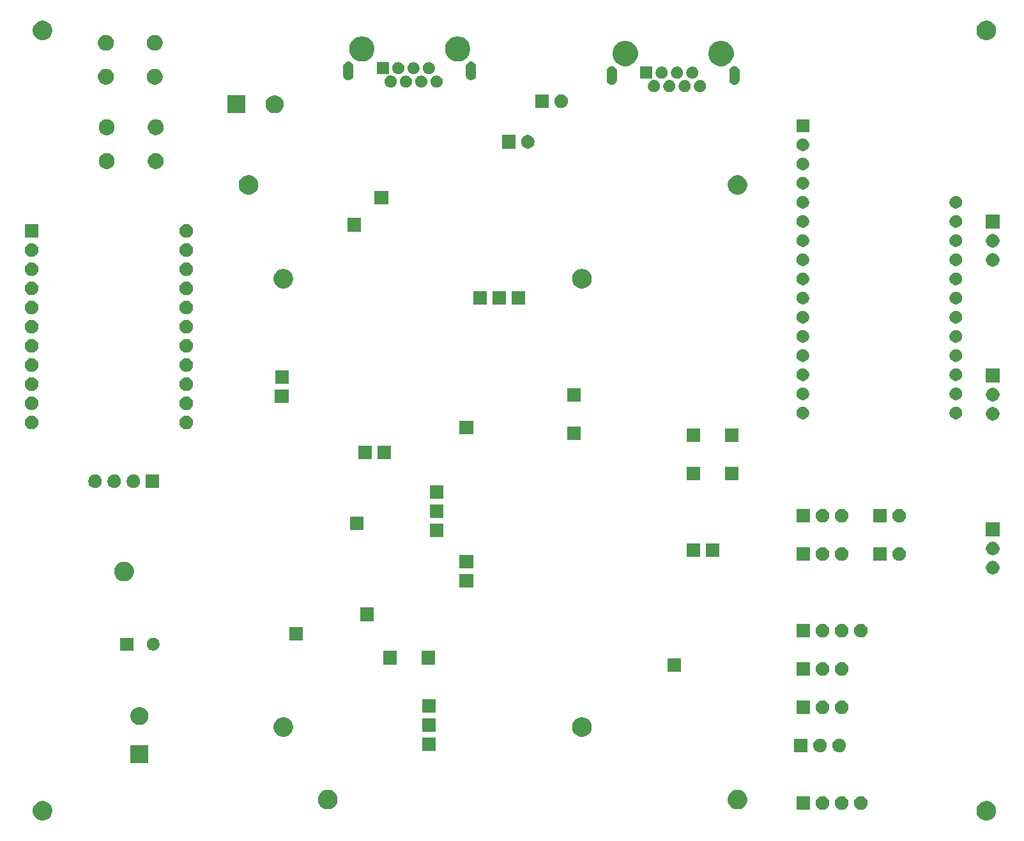
<source format=gbr>
G04 #@! TF.GenerationSoftware,KiCad,Pcbnew,(5.1.6)-1*
G04 #@! TF.CreationDate,2021-01-04T20:33:42-06:00*
G04 #@! TF.ProjectId,TestBoard,54657374-426f-4617-9264-2e6b69636164,rev?*
G04 #@! TF.SameCoordinates,Original*
G04 #@! TF.FileFunction,Soldermask,Bot*
G04 #@! TF.FilePolarity,Negative*
%FSLAX46Y46*%
G04 Gerber Fmt 4.6, Leading zero omitted, Abs format (unit mm)*
G04 Created by KiCad (PCBNEW (5.1.6)-1) date 2021-01-04 20:33:42*
%MOMM*%
%LPD*%
G01*
G04 APERTURE LIST*
%ADD10C,0.100000*%
G04 APERTURE END LIST*
D10*
G36*
X210739487Y-154788996D02*
G01*
X210976253Y-154887068D01*
X210976255Y-154887069D01*
X211189339Y-155029447D01*
X211370553Y-155210661D01*
X211512932Y-155423747D01*
X211611004Y-155660513D01*
X211661000Y-155911861D01*
X211661000Y-156168139D01*
X211611004Y-156419487D01*
X211512932Y-156656253D01*
X211512931Y-156656255D01*
X211370553Y-156869339D01*
X211189339Y-157050553D01*
X210976255Y-157192931D01*
X210976254Y-157192932D01*
X210976253Y-157192932D01*
X210739487Y-157291004D01*
X210488139Y-157341000D01*
X210231861Y-157341000D01*
X209980513Y-157291004D01*
X209743747Y-157192932D01*
X209743746Y-157192932D01*
X209743745Y-157192931D01*
X209530661Y-157050553D01*
X209349447Y-156869339D01*
X209207069Y-156656255D01*
X209207068Y-156656253D01*
X209108996Y-156419487D01*
X209059000Y-156168139D01*
X209059000Y-155911861D01*
X209108996Y-155660513D01*
X209207068Y-155423747D01*
X209349447Y-155210661D01*
X209530661Y-155029447D01*
X209743745Y-154887069D01*
X209743747Y-154887068D01*
X209980513Y-154788996D01*
X210231861Y-154739000D01*
X210488139Y-154739000D01*
X210739487Y-154788996D01*
G37*
G36*
X85649487Y-154788996D02*
G01*
X85886253Y-154887068D01*
X85886255Y-154887069D01*
X86099339Y-155029447D01*
X86280553Y-155210661D01*
X86422932Y-155423747D01*
X86521004Y-155660513D01*
X86571000Y-155911861D01*
X86571000Y-156168139D01*
X86521004Y-156419487D01*
X86422932Y-156656253D01*
X86422931Y-156656255D01*
X86280553Y-156869339D01*
X86099339Y-157050553D01*
X85886255Y-157192931D01*
X85886254Y-157192932D01*
X85886253Y-157192932D01*
X85649487Y-157291004D01*
X85398139Y-157341000D01*
X85141861Y-157341000D01*
X84890513Y-157291004D01*
X84653747Y-157192932D01*
X84653746Y-157192932D01*
X84653745Y-157192931D01*
X84440661Y-157050553D01*
X84259447Y-156869339D01*
X84117069Y-156656255D01*
X84117068Y-156656253D01*
X84018996Y-156419487D01*
X83969000Y-156168139D01*
X83969000Y-155911861D01*
X84018996Y-155660513D01*
X84117068Y-155423747D01*
X84259447Y-155210661D01*
X84440661Y-155029447D01*
X84653745Y-154887069D01*
X84653747Y-154887068D01*
X84890513Y-154788996D01*
X85141861Y-154739000D01*
X85398139Y-154739000D01*
X85649487Y-154788996D01*
G37*
G36*
X193833512Y-154103927D02*
G01*
X193982812Y-154133624D01*
X194146784Y-154201544D01*
X194294354Y-154300147D01*
X194419853Y-154425646D01*
X194518456Y-154573216D01*
X194586376Y-154737188D01*
X194621000Y-154911259D01*
X194621000Y-155088741D01*
X194586376Y-155262812D01*
X194518456Y-155426784D01*
X194419853Y-155574354D01*
X194294354Y-155699853D01*
X194146784Y-155798456D01*
X193982812Y-155866376D01*
X193833512Y-155896073D01*
X193808742Y-155901000D01*
X193631258Y-155901000D01*
X193606488Y-155896073D01*
X193457188Y-155866376D01*
X193293216Y-155798456D01*
X193145646Y-155699853D01*
X193020147Y-155574354D01*
X192921544Y-155426784D01*
X192853624Y-155262812D01*
X192819000Y-155088741D01*
X192819000Y-154911259D01*
X192853624Y-154737188D01*
X192921544Y-154573216D01*
X193020147Y-154425646D01*
X193145646Y-154300147D01*
X193293216Y-154201544D01*
X193457188Y-154133624D01*
X193606488Y-154103927D01*
X193631258Y-154099000D01*
X193808742Y-154099000D01*
X193833512Y-154103927D01*
G37*
G36*
X187001000Y-155901000D02*
G01*
X185199000Y-155901000D01*
X185199000Y-154099000D01*
X187001000Y-154099000D01*
X187001000Y-155901000D01*
G37*
G36*
X188753512Y-154103927D02*
G01*
X188902812Y-154133624D01*
X189066784Y-154201544D01*
X189214354Y-154300147D01*
X189339853Y-154425646D01*
X189438456Y-154573216D01*
X189506376Y-154737188D01*
X189541000Y-154911259D01*
X189541000Y-155088741D01*
X189506376Y-155262812D01*
X189438456Y-155426784D01*
X189339853Y-155574354D01*
X189214354Y-155699853D01*
X189066784Y-155798456D01*
X188902812Y-155866376D01*
X188753512Y-155896073D01*
X188728742Y-155901000D01*
X188551258Y-155901000D01*
X188526488Y-155896073D01*
X188377188Y-155866376D01*
X188213216Y-155798456D01*
X188065646Y-155699853D01*
X187940147Y-155574354D01*
X187841544Y-155426784D01*
X187773624Y-155262812D01*
X187739000Y-155088741D01*
X187739000Y-154911259D01*
X187773624Y-154737188D01*
X187841544Y-154573216D01*
X187940147Y-154425646D01*
X188065646Y-154300147D01*
X188213216Y-154201544D01*
X188377188Y-154133624D01*
X188526488Y-154103927D01*
X188551258Y-154099000D01*
X188728742Y-154099000D01*
X188753512Y-154103927D01*
G37*
G36*
X191293512Y-154103927D02*
G01*
X191442812Y-154133624D01*
X191606784Y-154201544D01*
X191754354Y-154300147D01*
X191879853Y-154425646D01*
X191978456Y-154573216D01*
X192046376Y-154737188D01*
X192081000Y-154911259D01*
X192081000Y-155088741D01*
X192046376Y-155262812D01*
X191978456Y-155426784D01*
X191879853Y-155574354D01*
X191754354Y-155699853D01*
X191606784Y-155798456D01*
X191442812Y-155866376D01*
X191293512Y-155896073D01*
X191268742Y-155901000D01*
X191091258Y-155901000D01*
X191066488Y-155896073D01*
X190917188Y-155866376D01*
X190753216Y-155798456D01*
X190605646Y-155699853D01*
X190480147Y-155574354D01*
X190381544Y-155426784D01*
X190313624Y-155262812D01*
X190279000Y-155088741D01*
X190279000Y-154911259D01*
X190313624Y-154737188D01*
X190381544Y-154573216D01*
X190480147Y-154425646D01*
X190605646Y-154300147D01*
X190753216Y-154201544D01*
X190917188Y-154133624D01*
X191066488Y-154103927D01*
X191091258Y-154099000D01*
X191268742Y-154099000D01*
X191293512Y-154103927D01*
G37*
G36*
X123449487Y-153298996D02*
G01*
X123686253Y-153397068D01*
X123686255Y-153397069D01*
X123899339Y-153539447D01*
X124080553Y-153720661D01*
X124222932Y-153933747D01*
X124321004Y-154170513D01*
X124371000Y-154421861D01*
X124371000Y-154678139D01*
X124321004Y-154929487D01*
X124255038Y-155088742D01*
X124222931Y-155166255D01*
X124080553Y-155379339D01*
X123899339Y-155560553D01*
X123686255Y-155702931D01*
X123686254Y-155702932D01*
X123686253Y-155702932D01*
X123449487Y-155801004D01*
X123198139Y-155851000D01*
X122941861Y-155851000D01*
X122690513Y-155801004D01*
X122453747Y-155702932D01*
X122453746Y-155702932D01*
X122453745Y-155702931D01*
X122240661Y-155560553D01*
X122059447Y-155379339D01*
X121917069Y-155166255D01*
X121884962Y-155088742D01*
X121818996Y-154929487D01*
X121769000Y-154678139D01*
X121769000Y-154421861D01*
X121818996Y-154170513D01*
X121917068Y-153933747D01*
X122059447Y-153720661D01*
X122240661Y-153539447D01*
X122453745Y-153397069D01*
X122453747Y-153397068D01*
X122690513Y-153298996D01*
X122941861Y-153249000D01*
X123198139Y-153249000D01*
X123449487Y-153298996D01*
G37*
G36*
X177749487Y-153298996D02*
G01*
X177986253Y-153397068D01*
X177986255Y-153397069D01*
X178199339Y-153539447D01*
X178380553Y-153720661D01*
X178522932Y-153933747D01*
X178621004Y-154170513D01*
X178671000Y-154421861D01*
X178671000Y-154678139D01*
X178621004Y-154929487D01*
X178555038Y-155088742D01*
X178522931Y-155166255D01*
X178380553Y-155379339D01*
X178199339Y-155560553D01*
X177986255Y-155702931D01*
X177986254Y-155702932D01*
X177986253Y-155702932D01*
X177749487Y-155801004D01*
X177498139Y-155851000D01*
X177241861Y-155851000D01*
X176990513Y-155801004D01*
X176753747Y-155702932D01*
X176753746Y-155702932D01*
X176753745Y-155702931D01*
X176540661Y-155560553D01*
X176359447Y-155379339D01*
X176217069Y-155166255D01*
X176184962Y-155088742D01*
X176118996Y-154929487D01*
X176069000Y-154678139D01*
X176069000Y-154421861D01*
X176118996Y-154170513D01*
X176217068Y-153933747D01*
X176359447Y-153720661D01*
X176540661Y-153539447D01*
X176753745Y-153397069D01*
X176753747Y-153397068D01*
X176990513Y-153298996D01*
X177241861Y-153249000D01*
X177498139Y-153249000D01*
X177749487Y-153298996D01*
G37*
G36*
X99294000Y-149734000D02*
G01*
X96906000Y-149734000D01*
X96906000Y-147346000D01*
X99294000Y-147346000D01*
X99294000Y-149734000D01*
G37*
G36*
X190968512Y-146478927D02*
G01*
X191117812Y-146508624D01*
X191281784Y-146576544D01*
X191429354Y-146675147D01*
X191554853Y-146800646D01*
X191653456Y-146948216D01*
X191721376Y-147112188D01*
X191756000Y-147286259D01*
X191756000Y-147463741D01*
X191721376Y-147637812D01*
X191653456Y-147801784D01*
X191554853Y-147949354D01*
X191429354Y-148074853D01*
X191281784Y-148173456D01*
X191117812Y-148241376D01*
X190968512Y-148271073D01*
X190943742Y-148276000D01*
X190766258Y-148276000D01*
X190741488Y-148271073D01*
X190592188Y-148241376D01*
X190428216Y-148173456D01*
X190280646Y-148074853D01*
X190155147Y-147949354D01*
X190056544Y-147801784D01*
X189988624Y-147637812D01*
X189954000Y-147463741D01*
X189954000Y-147286259D01*
X189988624Y-147112188D01*
X190056544Y-146948216D01*
X190155147Y-146800646D01*
X190280646Y-146675147D01*
X190428216Y-146576544D01*
X190592188Y-146508624D01*
X190741488Y-146478927D01*
X190766258Y-146474000D01*
X190943742Y-146474000D01*
X190968512Y-146478927D01*
G37*
G36*
X186676000Y-148276000D02*
G01*
X184874000Y-148276000D01*
X184874000Y-146474000D01*
X186676000Y-146474000D01*
X186676000Y-148276000D01*
G37*
G36*
X188428512Y-146478927D02*
G01*
X188577812Y-146508624D01*
X188741784Y-146576544D01*
X188889354Y-146675147D01*
X189014853Y-146800646D01*
X189113456Y-146948216D01*
X189181376Y-147112188D01*
X189216000Y-147286259D01*
X189216000Y-147463741D01*
X189181376Y-147637812D01*
X189113456Y-147801784D01*
X189014853Y-147949354D01*
X188889354Y-148074853D01*
X188741784Y-148173456D01*
X188577812Y-148241376D01*
X188428512Y-148271073D01*
X188403742Y-148276000D01*
X188226258Y-148276000D01*
X188201488Y-148271073D01*
X188052188Y-148241376D01*
X187888216Y-148173456D01*
X187740646Y-148074853D01*
X187615147Y-147949354D01*
X187516544Y-147801784D01*
X187448624Y-147637812D01*
X187414000Y-147463741D01*
X187414000Y-147286259D01*
X187448624Y-147112188D01*
X187516544Y-146948216D01*
X187615147Y-146800646D01*
X187740646Y-146675147D01*
X187888216Y-146576544D01*
X188052188Y-146508624D01*
X188201488Y-146478927D01*
X188226258Y-146474000D01*
X188403742Y-146474000D01*
X188428512Y-146478927D01*
G37*
G36*
X137381000Y-148101000D02*
G01*
X135579000Y-148101000D01*
X135579000Y-146299000D01*
X137381000Y-146299000D01*
X137381000Y-148101000D01*
G37*
G36*
X117571487Y-143664996D02*
G01*
X117798432Y-143759000D01*
X117808255Y-143763069D01*
X118021339Y-143905447D01*
X118202553Y-144086661D01*
X118344932Y-144299747D01*
X118443004Y-144536513D01*
X118493000Y-144787861D01*
X118493000Y-145044139D01*
X118443004Y-145295487D01*
X118344932Y-145532253D01*
X118344931Y-145532255D01*
X118202553Y-145745339D01*
X118021339Y-145926553D01*
X117808255Y-146068931D01*
X117808254Y-146068932D01*
X117808253Y-146068932D01*
X117571487Y-146167004D01*
X117320139Y-146217000D01*
X117063861Y-146217000D01*
X116812513Y-146167004D01*
X116575747Y-146068932D01*
X116575746Y-146068932D01*
X116575745Y-146068931D01*
X116362661Y-145926553D01*
X116181447Y-145745339D01*
X116039069Y-145532255D01*
X116039068Y-145532253D01*
X115940996Y-145295487D01*
X115891000Y-145044139D01*
X115891000Y-144787861D01*
X115940996Y-144536513D01*
X116039068Y-144299747D01*
X116181447Y-144086661D01*
X116362661Y-143905447D01*
X116575745Y-143763069D01*
X116585568Y-143759000D01*
X116812513Y-143664996D01*
X117063861Y-143615000D01*
X117320139Y-143615000D01*
X117571487Y-143664996D01*
G37*
G36*
X157131987Y-143664996D02*
G01*
X157358932Y-143759000D01*
X157368755Y-143763069D01*
X157581839Y-143905447D01*
X157763053Y-144086661D01*
X157905432Y-144299747D01*
X158003504Y-144536513D01*
X158053500Y-144787861D01*
X158053500Y-145044139D01*
X158003504Y-145295487D01*
X157905432Y-145532253D01*
X157905431Y-145532255D01*
X157763053Y-145745339D01*
X157581839Y-145926553D01*
X157368755Y-146068931D01*
X157368754Y-146068932D01*
X157368753Y-146068932D01*
X157131987Y-146167004D01*
X156880639Y-146217000D01*
X156624361Y-146217000D01*
X156373013Y-146167004D01*
X156136247Y-146068932D01*
X156136246Y-146068932D01*
X156136245Y-146068931D01*
X155923161Y-145926553D01*
X155741947Y-145745339D01*
X155599569Y-145532255D01*
X155599568Y-145532253D01*
X155501496Y-145295487D01*
X155451500Y-145044139D01*
X155451500Y-144787861D01*
X155501496Y-144536513D01*
X155599568Y-144299747D01*
X155741947Y-144086661D01*
X155923161Y-143905447D01*
X156136245Y-143763069D01*
X156146068Y-143759000D01*
X156373013Y-143664996D01*
X156624361Y-143615000D01*
X156880639Y-143615000D01*
X157131987Y-143664996D01*
G37*
G36*
X137381000Y-145561000D02*
G01*
X135579000Y-145561000D01*
X135579000Y-143759000D01*
X137381000Y-143759000D01*
X137381000Y-145561000D01*
G37*
G36*
X98448276Y-142311884D02*
G01*
X98665569Y-142401890D01*
X98665571Y-142401891D01*
X98861130Y-142532560D01*
X99027440Y-142698870D01*
X99144695Y-142874353D01*
X99158110Y-142894431D01*
X99248116Y-143111724D01*
X99294000Y-143342400D01*
X99294000Y-143577600D01*
X99248116Y-143808276D01*
X99207866Y-143905447D01*
X99158109Y-144025571D01*
X99027440Y-144221130D01*
X98861130Y-144387440D01*
X98665571Y-144518109D01*
X98665570Y-144518110D01*
X98665569Y-144518110D01*
X98448276Y-144608116D01*
X98217600Y-144654000D01*
X97982400Y-144654000D01*
X97751724Y-144608116D01*
X97534431Y-144518110D01*
X97534430Y-144518110D01*
X97534429Y-144518109D01*
X97338870Y-144387440D01*
X97172560Y-144221130D01*
X97041891Y-144025571D01*
X96992134Y-143905447D01*
X96951884Y-143808276D01*
X96906000Y-143577600D01*
X96906000Y-143342400D01*
X96951884Y-143111724D01*
X97041890Y-142894431D01*
X97055306Y-142874353D01*
X97172560Y-142698870D01*
X97338870Y-142532560D01*
X97534429Y-142401891D01*
X97534431Y-142401890D01*
X97751724Y-142311884D01*
X97982400Y-142266000D01*
X98217600Y-142266000D01*
X98448276Y-142311884D01*
G37*
G36*
X191293512Y-141403927D02*
G01*
X191442812Y-141433624D01*
X191606784Y-141501544D01*
X191754354Y-141600147D01*
X191879853Y-141725646D01*
X191978456Y-141873216D01*
X192046376Y-142037188D01*
X192081000Y-142211259D01*
X192081000Y-142388741D01*
X192046376Y-142562812D01*
X191978456Y-142726784D01*
X191879853Y-142874354D01*
X191754354Y-142999853D01*
X191606784Y-143098456D01*
X191442812Y-143166376D01*
X191293512Y-143196073D01*
X191268742Y-143201000D01*
X191091258Y-143201000D01*
X191066488Y-143196073D01*
X190917188Y-143166376D01*
X190753216Y-143098456D01*
X190605646Y-142999853D01*
X190480147Y-142874354D01*
X190381544Y-142726784D01*
X190313624Y-142562812D01*
X190279000Y-142388741D01*
X190279000Y-142211259D01*
X190313624Y-142037188D01*
X190381544Y-141873216D01*
X190480147Y-141725646D01*
X190605646Y-141600147D01*
X190753216Y-141501544D01*
X190917188Y-141433624D01*
X191066488Y-141403927D01*
X191091258Y-141399000D01*
X191268742Y-141399000D01*
X191293512Y-141403927D01*
G37*
G36*
X187001000Y-143201000D02*
G01*
X185199000Y-143201000D01*
X185199000Y-141399000D01*
X187001000Y-141399000D01*
X187001000Y-143201000D01*
G37*
G36*
X188753512Y-141403927D02*
G01*
X188902812Y-141433624D01*
X189066784Y-141501544D01*
X189214354Y-141600147D01*
X189339853Y-141725646D01*
X189438456Y-141873216D01*
X189506376Y-142037188D01*
X189541000Y-142211259D01*
X189541000Y-142388741D01*
X189506376Y-142562812D01*
X189438456Y-142726784D01*
X189339853Y-142874354D01*
X189214354Y-142999853D01*
X189066784Y-143098456D01*
X188902812Y-143166376D01*
X188753512Y-143196073D01*
X188728742Y-143201000D01*
X188551258Y-143201000D01*
X188526488Y-143196073D01*
X188377188Y-143166376D01*
X188213216Y-143098456D01*
X188065646Y-142999853D01*
X187940147Y-142874354D01*
X187841544Y-142726784D01*
X187773624Y-142562812D01*
X187739000Y-142388741D01*
X187739000Y-142211259D01*
X187773624Y-142037188D01*
X187841544Y-141873216D01*
X187940147Y-141725646D01*
X188065646Y-141600147D01*
X188213216Y-141501544D01*
X188377188Y-141433624D01*
X188526488Y-141403927D01*
X188551258Y-141399000D01*
X188728742Y-141399000D01*
X188753512Y-141403927D01*
G37*
G36*
X137381000Y-143021000D02*
G01*
X135579000Y-143021000D01*
X135579000Y-141219000D01*
X137381000Y-141219000D01*
X137381000Y-143021000D01*
G37*
G36*
X191293512Y-136323927D02*
G01*
X191442812Y-136353624D01*
X191606784Y-136421544D01*
X191754354Y-136520147D01*
X191879853Y-136645646D01*
X191978456Y-136793216D01*
X192046376Y-136957188D01*
X192081000Y-137131259D01*
X192081000Y-137308741D01*
X192046376Y-137482812D01*
X191978456Y-137646784D01*
X191879853Y-137794354D01*
X191754354Y-137919853D01*
X191606784Y-138018456D01*
X191442812Y-138086376D01*
X191293512Y-138116073D01*
X191268742Y-138121000D01*
X191091258Y-138121000D01*
X191066488Y-138116073D01*
X190917188Y-138086376D01*
X190753216Y-138018456D01*
X190605646Y-137919853D01*
X190480147Y-137794354D01*
X190381544Y-137646784D01*
X190313624Y-137482812D01*
X190279000Y-137308741D01*
X190279000Y-137131259D01*
X190313624Y-136957188D01*
X190381544Y-136793216D01*
X190480147Y-136645646D01*
X190605646Y-136520147D01*
X190753216Y-136421544D01*
X190917188Y-136353624D01*
X191066488Y-136323927D01*
X191091258Y-136319000D01*
X191268742Y-136319000D01*
X191293512Y-136323927D01*
G37*
G36*
X188753512Y-136323927D02*
G01*
X188902812Y-136353624D01*
X189066784Y-136421544D01*
X189214354Y-136520147D01*
X189339853Y-136645646D01*
X189438456Y-136793216D01*
X189506376Y-136957188D01*
X189541000Y-137131259D01*
X189541000Y-137308741D01*
X189506376Y-137482812D01*
X189438456Y-137646784D01*
X189339853Y-137794354D01*
X189214354Y-137919853D01*
X189066784Y-138018456D01*
X188902812Y-138086376D01*
X188753512Y-138116073D01*
X188728742Y-138121000D01*
X188551258Y-138121000D01*
X188526488Y-138116073D01*
X188377188Y-138086376D01*
X188213216Y-138018456D01*
X188065646Y-137919853D01*
X187940147Y-137794354D01*
X187841544Y-137646784D01*
X187773624Y-137482812D01*
X187739000Y-137308741D01*
X187739000Y-137131259D01*
X187773624Y-136957188D01*
X187841544Y-136793216D01*
X187940147Y-136645646D01*
X188065646Y-136520147D01*
X188213216Y-136421544D01*
X188377188Y-136353624D01*
X188526488Y-136323927D01*
X188551258Y-136319000D01*
X188728742Y-136319000D01*
X188753512Y-136323927D01*
G37*
G36*
X187001000Y-138121000D02*
G01*
X185199000Y-138121000D01*
X185199000Y-136319000D01*
X187001000Y-136319000D01*
X187001000Y-138121000D01*
G37*
G36*
X169911000Y-137631000D02*
G01*
X168109000Y-137631000D01*
X168109000Y-135829000D01*
X169911000Y-135829000D01*
X169911000Y-137631000D01*
G37*
G36*
X137271000Y-136651000D02*
G01*
X135469000Y-136651000D01*
X135469000Y-134849000D01*
X137271000Y-134849000D01*
X137271000Y-136651000D01*
G37*
G36*
X132191000Y-136651000D02*
G01*
X130389000Y-136651000D01*
X130389000Y-134849000D01*
X132191000Y-134849000D01*
X132191000Y-136651000D01*
G37*
G36*
X100178228Y-133121703D02*
G01*
X100333100Y-133185853D01*
X100472481Y-133278985D01*
X100591015Y-133397519D01*
X100684147Y-133536900D01*
X100748297Y-133691772D01*
X100781000Y-133856184D01*
X100781000Y-134023816D01*
X100748297Y-134188228D01*
X100684147Y-134343100D01*
X100591015Y-134482481D01*
X100472481Y-134601015D01*
X100333100Y-134694147D01*
X100178228Y-134758297D01*
X100013816Y-134791000D01*
X99846184Y-134791000D01*
X99681772Y-134758297D01*
X99526900Y-134694147D01*
X99387519Y-134601015D01*
X99268985Y-134482481D01*
X99175853Y-134343100D01*
X99111703Y-134188228D01*
X99079000Y-134023816D01*
X99079000Y-133856184D01*
X99111703Y-133691772D01*
X99175853Y-133536900D01*
X99268985Y-133397519D01*
X99387519Y-133278985D01*
X99526900Y-133185853D01*
X99681772Y-133121703D01*
X99846184Y-133089000D01*
X100013816Y-133089000D01*
X100178228Y-133121703D01*
G37*
G36*
X97281000Y-134791000D02*
G01*
X95579000Y-134791000D01*
X95579000Y-133089000D01*
X97281000Y-133089000D01*
X97281000Y-134791000D01*
G37*
G36*
X119771000Y-133451000D02*
G01*
X117969000Y-133451000D01*
X117969000Y-131649000D01*
X119771000Y-131649000D01*
X119771000Y-133451000D01*
G37*
G36*
X191293512Y-131243927D02*
G01*
X191442812Y-131273624D01*
X191606784Y-131341544D01*
X191754354Y-131440147D01*
X191879853Y-131565646D01*
X191978456Y-131713216D01*
X192046376Y-131877188D01*
X192081000Y-132051259D01*
X192081000Y-132228741D01*
X192046376Y-132402812D01*
X191978456Y-132566784D01*
X191879853Y-132714354D01*
X191754354Y-132839853D01*
X191606784Y-132938456D01*
X191442812Y-133006376D01*
X191293512Y-133036073D01*
X191268742Y-133041000D01*
X191091258Y-133041000D01*
X191066488Y-133036073D01*
X190917188Y-133006376D01*
X190753216Y-132938456D01*
X190605646Y-132839853D01*
X190480147Y-132714354D01*
X190381544Y-132566784D01*
X190313624Y-132402812D01*
X190279000Y-132228741D01*
X190279000Y-132051259D01*
X190313624Y-131877188D01*
X190381544Y-131713216D01*
X190480147Y-131565646D01*
X190605646Y-131440147D01*
X190753216Y-131341544D01*
X190917188Y-131273624D01*
X191066488Y-131243927D01*
X191091258Y-131239000D01*
X191268742Y-131239000D01*
X191293512Y-131243927D01*
G37*
G36*
X193833512Y-131243927D02*
G01*
X193982812Y-131273624D01*
X194146784Y-131341544D01*
X194294354Y-131440147D01*
X194419853Y-131565646D01*
X194518456Y-131713216D01*
X194586376Y-131877188D01*
X194621000Y-132051259D01*
X194621000Y-132228741D01*
X194586376Y-132402812D01*
X194518456Y-132566784D01*
X194419853Y-132714354D01*
X194294354Y-132839853D01*
X194146784Y-132938456D01*
X193982812Y-133006376D01*
X193833512Y-133036073D01*
X193808742Y-133041000D01*
X193631258Y-133041000D01*
X193606488Y-133036073D01*
X193457188Y-133006376D01*
X193293216Y-132938456D01*
X193145646Y-132839853D01*
X193020147Y-132714354D01*
X192921544Y-132566784D01*
X192853624Y-132402812D01*
X192819000Y-132228741D01*
X192819000Y-132051259D01*
X192853624Y-131877188D01*
X192921544Y-131713216D01*
X193020147Y-131565646D01*
X193145646Y-131440147D01*
X193293216Y-131341544D01*
X193457188Y-131273624D01*
X193606488Y-131243927D01*
X193631258Y-131239000D01*
X193808742Y-131239000D01*
X193833512Y-131243927D01*
G37*
G36*
X188753512Y-131243927D02*
G01*
X188902812Y-131273624D01*
X189066784Y-131341544D01*
X189214354Y-131440147D01*
X189339853Y-131565646D01*
X189438456Y-131713216D01*
X189506376Y-131877188D01*
X189541000Y-132051259D01*
X189541000Y-132228741D01*
X189506376Y-132402812D01*
X189438456Y-132566784D01*
X189339853Y-132714354D01*
X189214354Y-132839853D01*
X189066784Y-132938456D01*
X188902812Y-133006376D01*
X188753512Y-133036073D01*
X188728742Y-133041000D01*
X188551258Y-133041000D01*
X188526488Y-133036073D01*
X188377188Y-133006376D01*
X188213216Y-132938456D01*
X188065646Y-132839853D01*
X187940147Y-132714354D01*
X187841544Y-132566784D01*
X187773624Y-132402812D01*
X187739000Y-132228741D01*
X187739000Y-132051259D01*
X187773624Y-131877188D01*
X187841544Y-131713216D01*
X187940147Y-131565646D01*
X188065646Y-131440147D01*
X188213216Y-131341544D01*
X188377188Y-131273624D01*
X188526488Y-131243927D01*
X188551258Y-131239000D01*
X188728742Y-131239000D01*
X188753512Y-131243927D01*
G37*
G36*
X187001000Y-133041000D02*
G01*
X185199000Y-133041000D01*
X185199000Y-131239000D01*
X187001000Y-131239000D01*
X187001000Y-133041000D01*
G37*
G36*
X129181000Y-130901000D02*
G01*
X127379000Y-130901000D01*
X127379000Y-129099000D01*
X129181000Y-129099000D01*
X129181000Y-130901000D01*
G37*
G36*
X142338940Y-126469940D02*
G01*
X140536940Y-126469940D01*
X140536940Y-124667940D01*
X142338940Y-124667940D01*
X142338940Y-126469940D01*
G37*
G36*
X96447587Y-123057996D02*
G01*
X96684353Y-123156068D01*
X96684355Y-123156069D01*
X96788484Y-123225646D01*
X96897439Y-123298447D01*
X97078653Y-123479661D01*
X97221032Y-123692747D01*
X97319104Y-123929513D01*
X97369100Y-124180861D01*
X97369100Y-124437139D01*
X97319104Y-124688487D01*
X97221032Y-124925253D01*
X97221031Y-124925255D01*
X97078653Y-125138339D01*
X96897439Y-125319553D01*
X96684355Y-125461931D01*
X96684354Y-125461932D01*
X96684353Y-125461932D01*
X96447587Y-125560004D01*
X96196239Y-125610000D01*
X95939961Y-125610000D01*
X95688613Y-125560004D01*
X95451847Y-125461932D01*
X95451846Y-125461932D01*
X95451845Y-125461931D01*
X95238761Y-125319553D01*
X95057547Y-125138339D01*
X94915169Y-124925255D01*
X94915168Y-124925253D01*
X94817096Y-124688487D01*
X94767100Y-124437139D01*
X94767100Y-124180861D01*
X94817096Y-123929513D01*
X94915168Y-123692747D01*
X95057547Y-123479661D01*
X95238761Y-123298447D01*
X95347716Y-123225646D01*
X95451845Y-123156069D01*
X95451847Y-123156068D01*
X95688613Y-123057996D01*
X95939961Y-123008000D01*
X96196239Y-123008000D01*
X96447587Y-123057996D01*
G37*
G36*
X211313512Y-122903927D02*
G01*
X211462812Y-122933624D01*
X211626784Y-123001544D01*
X211774354Y-123100147D01*
X211899853Y-123225646D01*
X211998456Y-123373216D01*
X212066376Y-123537188D01*
X212101000Y-123711259D01*
X212101000Y-123888741D01*
X212066376Y-124062812D01*
X211998456Y-124226784D01*
X211899853Y-124374354D01*
X211774354Y-124499853D01*
X211626784Y-124598456D01*
X211462812Y-124666376D01*
X211313512Y-124696073D01*
X211288742Y-124701000D01*
X211111258Y-124701000D01*
X211086488Y-124696073D01*
X210937188Y-124666376D01*
X210773216Y-124598456D01*
X210625646Y-124499853D01*
X210500147Y-124374354D01*
X210401544Y-124226784D01*
X210333624Y-124062812D01*
X210299000Y-123888741D01*
X210299000Y-123711259D01*
X210333624Y-123537188D01*
X210401544Y-123373216D01*
X210500147Y-123225646D01*
X210625646Y-123100147D01*
X210773216Y-123001544D01*
X210937188Y-122933624D01*
X211086488Y-122903927D01*
X211111258Y-122899000D01*
X211288742Y-122899000D01*
X211313512Y-122903927D01*
G37*
G36*
X142338940Y-123929940D02*
G01*
X140536940Y-123929940D01*
X140536940Y-122127940D01*
X142338940Y-122127940D01*
X142338940Y-123929940D01*
G37*
G36*
X198913512Y-121083927D02*
G01*
X199062812Y-121113624D01*
X199226784Y-121181544D01*
X199374354Y-121280147D01*
X199499853Y-121405646D01*
X199598456Y-121553216D01*
X199666376Y-121717188D01*
X199701000Y-121891259D01*
X199701000Y-122068741D01*
X199666376Y-122242812D01*
X199598456Y-122406784D01*
X199499853Y-122554354D01*
X199374354Y-122679853D01*
X199226784Y-122778456D01*
X199062812Y-122846376D01*
X198913512Y-122876073D01*
X198888742Y-122881000D01*
X198711258Y-122881000D01*
X198686488Y-122876073D01*
X198537188Y-122846376D01*
X198373216Y-122778456D01*
X198225646Y-122679853D01*
X198100147Y-122554354D01*
X198001544Y-122406784D01*
X197933624Y-122242812D01*
X197899000Y-122068741D01*
X197899000Y-121891259D01*
X197933624Y-121717188D01*
X198001544Y-121553216D01*
X198100147Y-121405646D01*
X198225646Y-121280147D01*
X198373216Y-121181544D01*
X198537188Y-121113624D01*
X198686488Y-121083927D01*
X198711258Y-121079000D01*
X198888742Y-121079000D01*
X198913512Y-121083927D01*
G37*
G36*
X187001000Y-122881000D02*
G01*
X185199000Y-122881000D01*
X185199000Y-121079000D01*
X187001000Y-121079000D01*
X187001000Y-122881000D01*
G37*
G36*
X188753512Y-121083927D02*
G01*
X188902812Y-121113624D01*
X189066784Y-121181544D01*
X189214354Y-121280147D01*
X189339853Y-121405646D01*
X189438456Y-121553216D01*
X189506376Y-121717188D01*
X189541000Y-121891259D01*
X189541000Y-122068741D01*
X189506376Y-122242812D01*
X189438456Y-122406784D01*
X189339853Y-122554354D01*
X189214354Y-122679853D01*
X189066784Y-122778456D01*
X188902812Y-122846376D01*
X188753512Y-122876073D01*
X188728742Y-122881000D01*
X188551258Y-122881000D01*
X188526488Y-122876073D01*
X188377188Y-122846376D01*
X188213216Y-122778456D01*
X188065646Y-122679853D01*
X187940147Y-122554354D01*
X187841544Y-122406784D01*
X187773624Y-122242812D01*
X187739000Y-122068741D01*
X187739000Y-121891259D01*
X187773624Y-121717188D01*
X187841544Y-121553216D01*
X187940147Y-121405646D01*
X188065646Y-121280147D01*
X188213216Y-121181544D01*
X188377188Y-121113624D01*
X188526488Y-121083927D01*
X188551258Y-121079000D01*
X188728742Y-121079000D01*
X188753512Y-121083927D01*
G37*
G36*
X191293512Y-121083927D02*
G01*
X191442812Y-121113624D01*
X191606784Y-121181544D01*
X191754354Y-121280147D01*
X191879853Y-121405646D01*
X191978456Y-121553216D01*
X192046376Y-121717188D01*
X192081000Y-121891259D01*
X192081000Y-122068741D01*
X192046376Y-122242812D01*
X191978456Y-122406784D01*
X191879853Y-122554354D01*
X191754354Y-122679853D01*
X191606784Y-122778456D01*
X191442812Y-122846376D01*
X191293512Y-122876073D01*
X191268742Y-122881000D01*
X191091258Y-122881000D01*
X191066488Y-122876073D01*
X190917188Y-122846376D01*
X190753216Y-122778456D01*
X190605646Y-122679853D01*
X190480147Y-122554354D01*
X190381544Y-122406784D01*
X190313624Y-122242812D01*
X190279000Y-122068741D01*
X190279000Y-121891259D01*
X190313624Y-121717188D01*
X190381544Y-121553216D01*
X190480147Y-121405646D01*
X190605646Y-121280147D01*
X190753216Y-121181544D01*
X190917188Y-121113624D01*
X191066488Y-121083927D01*
X191091258Y-121079000D01*
X191268742Y-121079000D01*
X191293512Y-121083927D01*
G37*
G36*
X197161000Y-122881000D02*
G01*
X195359000Y-122881000D01*
X195359000Y-121079000D01*
X197161000Y-121079000D01*
X197161000Y-122881000D01*
G37*
G36*
X174991000Y-122391000D02*
G01*
X173189000Y-122391000D01*
X173189000Y-120589000D01*
X174991000Y-120589000D01*
X174991000Y-122391000D01*
G37*
G36*
X172451000Y-122391000D02*
G01*
X170649000Y-122391000D01*
X170649000Y-120589000D01*
X172451000Y-120589000D01*
X172451000Y-122391000D01*
G37*
G36*
X211313512Y-120363927D02*
G01*
X211462812Y-120393624D01*
X211626784Y-120461544D01*
X211774354Y-120560147D01*
X211899853Y-120685646D01*
X211998456Y-120833216D01*
X212066376Y-120997188D01*
X212101000Y-121171259D01*
X212101000Y-121348741D01*
X212066376Y-121522812D01*
X211998456Y-121686784D01*
X211899853Y-121834354D01*
X211774354Y-121959853D01*
X211626784Y-122058456D01*
X211462812Y-122126376D01*
X211313512Y-122156073D01*
X211288742Y-122161000D01*
X211111258Y-122161000D01*
X211086488Y-122156073D01*
X210937188Y-122126376D01*
X210773216Y-122058456D01*
X210625646Y-121959853D01*
X210500147Y-121834354D01*
X210401544Y-121686784D01*
X210333624Y-121522812D01*
X210299000Y-121348741D01*
X210299000Y-121171259D01*
X210333624Y-120997188D01*
X210401544Y-120833216D01*
X210500147Y-120685646D01*
X210625646Y-120560147D01*
X210773216Y-120461544D01*
X210937188Y-120393624D01*
X211086488Y-120363927D01*
X211111258Y-120359000D01*
X211288742Y-120359000D01*
X211313512Y-120363927D01*
G37*
G36*
X138371000Y-119751000D02*
G01*
X136569000Y-119751000D01*
X136569000Y-117949000D01*
X138371000Y-117949000D01*
X138371000Y-119751000D01*
G37*
G36*
X212101000Y-119621000D02*
G01*
X210299000Y-119621000D01*
X210299000Y-117819000D01*
X212101000Y-117819000D01*
X212101000Y-119621000D01*
G37*
G36*
X127821000Y-118851000D02*
G01*
X126019000Y-118851000D01*
X126019000Y-117049000D01*
X127821000Y-117049000D01*
X127821000Y-118851000D01*
G37*
G36*
X198913512Y-116003927D02*
G01*
X199062812Y-116033624D01*
X199226784Y-116101544D01*
X199374354Y-116200147D01*
X199499853Y-116325646D01*
X199598456Y-116473216D01*
X199666376Y-116637188D01*
X199701000Y-116811259D01*
X199701000Y-116988741D01*
X199666376Y-117162812D01*
X199598456Y-117326784D01*
X199499853Y-117474354D01*
X199374354Y-117599853D01*
X199226784Y-117698456D01*
X199062812Y-117766376D01*
X198913512Y-117796073D01*
X198888742Y-117801000D01*
X198711258Y-117801000D01*
X198686488Y-117796073D01*
X198537188Y-117766376D01*
X198373216Y-117698456D01*
X198225646Y-117599853D01*
X198100147Y-117474354D01*
X198001544Y-117326784D01*
X197933624Y-117162812D01*
X197899000Y-116988741D01*
X197899000Y-116811259D01*
X197933624Y-116637188D01*
X198001544Y-116473216D01*
X198100147Y-116325646D01*
X198225646Y-116200147D01*
X198373216Y-116101544D01*
X198537188Y-116033624D01*
X198686488Y-116003927D01*
X198711258Y-115999000D01*
X198888742Y-115999000D01*
X198913512Y-116003927D01*
G37*
G36*
X197161000Y-117801000D02*
G01*
X195359000Y-117801000D01*
X195359000Y-115999000D01*
X197161000Y-115999000D01*
X197161000Y-117801000D01*
G37*
G36*
X191293512Y-116003927D02*
G01*
X191442812Y-116033624D01*
X191606784Y-116101544D01*
X191754354Y-116200147D01*
X191879853Y-116325646D01*
X191978456Y-116473216D01*
X192046376Y-116637188D01*
X192081000Y-116811259D01*
X192081000Y-116988741D01*
X192046376Y-117162812D01*
X191978456Y-117326784D01*
X191879853Y-117474354D01*
X191754354Y-117599853D01*
X191606784Y-117698456D01*
X191442812Y-117766376D01*
X191293512Y-117796073D01*
X191268742Y-117801000D01*
X191091258Y-117801000D01*
X191066488Y-117796073D01*
X190917188Y-117766376D01*
X190753216Y-117698456D01*
X190605646Y-117599853D01*
X190480147Y-117474354D01*
X190381544Y-117326784D01*
X190313624Y-117162812D01*
X190279000Y-116988741D01*
X190279000Y-116811259D01*
X190313624Y-116637188D01*
X190381544Y-116473216D01*
X190480147Y-116325646D01*
X190605646Y-116200147D01*
X190753216Y-116101544D01*
X190917188Y-116033624D01*
X191066488Y-116003927D01*
X191091258Y-115999000D01*
X191268742Y-115999000D01*
X191293512Y-116003927D01*
G37*
G36*
X188753512Y-116003927D02*
G01*
X188902812Y-116033624D01*
X189066784Y-116101544D01*
X189214354Y-116200147D01*
X189339853Y-116325646D01*
X189438456Y-116473216D01*
X189506376Y-116637188D01*
X189541000Y-116811259D01*
X189541000Y-116988741D01*
X189506376Y-117162812D01*
X189438456Y-117326784D01*
X189339853Y-117474354D01*
X189214354Y-117599853D01*
X189066784Y-117698456D01*
X188902812Y-117766376D01*
X188753512Y-117796073D01*
X188728742Y-117801000D01*
X188551258Y-117801000D01*
X188526488Y-117796073D01*
X188377188Y-117766376D01*
X188213216Y-117698456D01*
X188065646Y-117599853D01*
X187940147Y-117474354D01*
X187841544Y-117326784D01*
X187773624Y-117162812D01*
X187739000Y-116988741D01*
X187739000Y-116811259D01*
X187773624Y-116637188D01*
X187841544Y-116473216D01*
X187940147Y-116325646D01*
X188065646Y-116200147D01*
X188213216Y-116101544D01*
X188377188Y-116033624D01*
X188526488Y-116003927D01*
X188551258Y-115999000D01*
X188728742Y-115999000D01*
X188753512Y-116003927D01*
G37*
G36*
X187001000Y-117801000D02*
G01*
X185199000Y-117801000D01*
X185199000Y-115999000D01*
X187001000Y-115999000D01*
X187001000Y-117801000D01*
G37*
G36*
X138371000Y-117211000D02*
G01*
X136569000Y-117211000D01*
X136569000Y-115409000D01*
X138371000Y-115409000D01*
X138371000Y-117211000D01*
G37*
G36*
X138371000Y-114671000D02*
G01*
X136569000Y-114671000D01*
X136569000Y-112869000D01*
X138371000Y-112869000D01*
X138371000Y-114671000D01*
G37*
G36*
X97413512Y-111453927D02*
G01*
X97562812Y-111483624D01*
X97726784Y-111551544D01*
X97874354Y-111650147D01*
X97999853Y-111775646D01*
X98098456Y-111923216D01*
X98166376Y-112087188D01*
X98201000Y-112261259D01*
X98201000Y-112438741D01*
X98166376Y-112612812D01*
X98098456Y-112776784D01*
X97999853Y-112924354D01*
X97874354Y-113049853D01*
X97726784Y-113148456D01*
X97562812Y-113216376D01*
X97413512Y-113246073D01*
X97388742Y-113251000D01*
X97211258Y-113251000D01*
X97186488Y-113246073D01*
X97037188Y-113216376D01*
X96873216Y-113148456D01*
X96725646Y-113049853D01*
X96600147Y-112924354D01*
X96501544Y-112776784D01*
X96433624Y-112612812D01*
X96399000Y-112438741D01*
X96399000Y-112261259D01*
X96433624Y-112087188D01*
X96501544Y-111923216D01*
X96600147Y-111775646D01*
X96725646Y-111650147D01*
X96873216Y-111551544D01*
X97037188Y-111483624D01*
X97186488Y-111453927D01*
X97211258Y-111449000D01*
X97388742Y-111449000D01*
X97413512Y-111453927D01*
G37*
G36*
X100741000Y-113251000D02*
G01*
X98939000Y-113251000D01*
X98939000Y-111449000D01*
X100741000Y-111449000D01*
X100741000Y-113251000D01*
G37*
G36*
X94873512Y-111453927D02*
G01*
X95022812Y-111483624D01*
X95186784Y-111551544D01*
X95334354Y-111650147D01*
X95459853Y-111775646D01*
X95558456Y-111923216D01*
X95626376Y-112087188D01*
X95661000Y-112261259D01*
X95661000Y-112438741D01*
X95626376Y-112612812D01*
X95558456Y-112776784D01*
X95459853Y-112924354D01*
X95334354Y-113049853D01*
X95186784Y-113148456D01*
X95022812Y-113216376D01*
X94873512Y-113246073D01*
X94848742Y-113251000D01*
X94671258Y-113251000D01*
X94646488Y-113246073D01*
X94497188Y-113216376D01*
X94333216Y-113148456D01*
X94185646Y-113049853D01*
X94060147Y-112924354D01*
X93961544Y-112776784D01*
X93893624Y-112612812D01*
X93859000Y-112438741D01*
X93859000Y-112261259D01*
X93893624Y-112087188D01*
X93961544Y-111923216D01*
X94060147Y-111775646D01*
X94185646Y-111650147D01*
X94333216Y-111551544D01*
X94497188Y-111483624D01*
X94646488Y-111453927D01*
X94671258Y-111449000D01*
X94848742Y-111449000D01*
X94873512Y-111453927D01*
G37*
G36*
X92333512Y-111453927D02*
G01*
X92482812Y-111483624D01*
X92646784Y-111551544D01*
X92794354Y-111650147D01*
X92919853Y-111775646D01*
X93018456Y-111923216D01*
X93086376Y-112087188D01*
X93121000Y-112261259D01*
X93121000Y-112438741D01*
X93086376Y-112612812D01*
X93018456Y-112776784D01*
X92919853Y-112924354D01*
X92794354Y-113049853D01*
X92646784Y-113148456D01*
X92482812Y-113216376D01*
X92333512Y-113246073D01*
X92308742Y-113251000D01*
X92131258Y-113251000D01*
X92106488Y-113246073D01*
X91957188Y-113216376D01*
X91793216Y-113148456D01*
X91645646Y-113049853D01*
X91520147Y-112924354D01*
X91421544Y-112776784D01*
X91353624Y-112612812D01*
X91319000Y-112438741D01*
X91319000Y-112261259D01*
X91353624Y-112087188D01*
X91421544Y-111923216D01*
X91520147Y-111775646D01*
X91645646Y-111650147D01*
X91793216Y-111551544D01*
X91957188Y-111483624D01*
X92106488Y-111453927D01*
X92131258Y-111449000D01*
X92308742Y-111449000D01*
X92333512Y-111453927D01*
G37*
G36*
X177531000Y-112231000D02*
G01*
X175729000Y-112231000D01*
X175729000Y-110429000D01*
X177531000Y-110429000D01*
X177531000Y-112231000D01*
G37*
G36*
X172451000Y-112231000D02*
G01*
X170649000Y-112231000D01*
X170649000Y-110429000D01*
X172451000Y-110429000D01*
X172451000Y-112231000D01*
G37*
G36*
X128911000Y-109451000D02*
G01*
X127109000Y-109451000D01*
X127109000Y-107649000D01*
X128911000Y-107649000D01*
X128911000Y-109451000D01*
G37*
G36*
X131451000Y-109451000D02*
G01*
X129649000Y-109451000D01*
X129649000Y-107649000D01*
X131451000Y-107649000D01*
X131451000Y-109451000D01*
G37*
G36*
X177531000Y-107151000D02*
G01*
X175729000Y-107151000D01*
X175729000Y-105349000D01*
X177531000Y-105349000D01*
X177531000Y-107151000D01*
G37*
G36*
X172451000Y-107151000D02*
G01*
X170649000Y-107151000D01*
X170649000Y-105349000D01*
X172451000Y-105349000D01*
X172451000Y-107151000D01*
G37*
G36*
X156581000Y-106901000D02*
G01*
X154779000Y-106901000D01*
X154779000Y-105099000D01*
X156581000Y-105099000D01*
X156581000Y-106901000D01*
G37*
G36*
X142338940Y-106149940D02*
G01*
X140536940Y-106149940D01*
X140536940Y-104347940D01*
X142338940Y-104347940D01*
X142338940Y-106149940D01*
G37*
G36*
X83923512Y-103643927D02*
G01*
X84072812Y-103673624D01*
X84236784Y-103741544D01*
X84384354Y-103840147D01*
X84509853Y-103965646D01*
X84608456Y-104113216D01*
X84676376Y-104277188D01*
X84711000Y-104451259D01*
X84711000Y-104628741D01*
X84676376Y-104802812D01*
X84608456Y-104966784D01*
X84509853Y-105114354D01*
X84384354Y-105239853D01*
X84236784Y-105338456D01*
X84072812Y-105406376D01*
X83923512Y-105436073D01*
X83898742Y-105441000D01*
X83721258Y-105441000D01*
X83696488Y-105436073D01*
X83547188Y-105406376D01*
X83383216Y-105338456D01*
X83235646Y-105239853D01*
X83110147Y-105114354D01*
X83011544Y-104966784D01*
X82943624Y-104802812D01*
X82909000Y-104628741D01*
X82909000Y-104451259D01*
X82943624Y-104277188D01*
X83011544Y-104113216D01*
X83110147Y-103965646D01*
X83235646Y-103840147D01*
X83383216Y-103741544D01*
X83547188Y-103673624D01*
X83696488Y-103643927D01*
X83721258Y-103639000D01*
X83898742Y-103639000D01*
X83923512Y-103643927D01*
G37*
G36*
X104423512Y-103643927D02*
G01*
X104572812Y-103673624D01*
X104736784Y-103741544D01*
X104884354Y-103840147D01*
X105009853Y-103965646D01*
X105108456Y-104113216D01*
X105176376Y-104277188D01*
X105211000Y-104451259D01*
X105211000Y-104628741D01*
X105176376Y-104802812D01*
X105108456Y-104966784D01*
X105009853Y-105114354D01*
X104884354Y-105239853D01*
X104736784Y-105338456D01*
X104572812Y-105406376D01*
X104423512Y-105436073D01*
X104398742Y-105441000D01*
X104221258Y-105441000D01*
X104196488Y-105436073D01*
X104047188Y-105406376D01*
X103883216Y-105338456D01*
X103735646Y-105239853D01*
X103610147Y-105114354D01*
X103511544Y-104966784D01*
X103443624Y-104802812D01*
X103409000Y-104628741D01*
X103409000Y-104451259D01*
X103443624Y-104277188D01*
X103511544Y-104113216D01*
X103610147Y-103965646D01*
X103735646Y-103840147D01*
X103883216Y-103741544D01*
X104047188Y-103673624D01*
X104196488Y-103643927D01*
X104221258Y-103639000D01*
X104398742Y-103639000D01*
X104423512Y-103643927D01*
G37*
G36*
X211313512Y-102503927D02*
G01*
X211462812Y-102533624D01*
X211626784Y-102601544D01*
X211774354Y-102700147D01*
X211899853Y-102825646D01*
X211998456Y-102973216D01*
X212066376Y-103137188D01*
X212101000Y-103311259D01*
X212101000Y-103488741D01*
X212066376Y-103662812D01*
X211998456Y-103826784D01*
X211899853Y-103974354D01*
X211774354Y-104099853D01*
X211626784Y-104198456D01*
X211462812Y-104266376D01*
X211313512Y-104296073D01*
X211288742Y-104301000D01*
X211111258Y-104301000D01*
X211086488Y-104296073D01*
X210937188Y-104266376D01*
X210773216Y-104198456D01*
X210625646Y-104099853D01*
X210500147Y-103974354D01*
X210401544Y-103826784D01*
X210333624Y-103662812D01*
X210299000Y-103488741D01*
X210299000Y-103311259D01*
X210333624Y-103137188D01*
X210401544Y-102973216D01*
X210500147Y-102825646D01*
X210625646Y-102700147D01*
X210773216Y-102601544D01*
X210937188Y-102533624D01*
X211086488Y-102503927D01*
X211111258Y-102499000D01*
X211288742Y-102499000D01*
X211313512Y-102503927D01*
G37*
G36*
X186266168Y-102465643D02*
G01*
X186421040Y-102529793D01*
X186560421Y-102622925D01*
X186678955Y-102741459D01*
X186772087Y-102880840D01*
X186836237Y-103035712D01*
X186868940Y-103200124D01*
X186868940Y-103367756D01*
X186836237Y-103532168D01*
X186772087Y-103687040D01*
X186678955Y-103826421D01*
X186560421Y-103944955D01*
X186421040Y-104038087D01*
X186266168Y-104102237D01*
X186101756Y-104134940D01*
X185934124Y-104134940D01*
X185769712Y-104102237D01*
X185614840Y-104038087D01*
X185475459Y-103944955D01*
X185356925Y-103826421D01*
X185263793Y-103687040D01*
X185199643Y-103532168D01*
X185166940Y-103367756D01*
X185166940Y-103200124D01*
X185199643Y-103035712D01*
X185263793Y-102880840D01*
X185356925Y-102741459D01*
X185475459Y-102622925D01*
X185614840Y-102529793D01*
X185769712Y-102465643D01*
X185934124Y-102432940D01*
X186101756Y-102432940D01*
X186266168Y-102465643D01*
G37*
G36*
X206566168Y-102465643D02*
G01*
X206721040Y-102529793D01*
X206860421Y-102622925D01*
X206978955Y-102741459D01*
X207072087Y-102880840D01*
X207136237Y-103035712D01*
X207168940Y-103200124D01*
X207168940Y-103367756D01*
X207136237Y-103532168D01*
X207072087Y-103687040D01*
X206978955Y-103826421D01*
X206860421Y-103944955D01*
X206721040Y-104038087D01*
X206566168Y-104102237D01*
X206401756Y-104134940D01*
X206234124Y-104134940D01*
X206069712Y-104102237D01*
X205914840Y-104038087D01*
X205775459Y-103944955D01*
X205656925Y-103826421D01*
X205563793Y-103687040D01*
X205499643Y-103532168D01*
X205466940Y-103367756D01*
X205466940Y-103200124D01*
X205499643Y-103035712D01*
X205563793Y-102880840D01*
X205656925Y-102741459D01*
X205775459Y-102622925D01*
X205914840Y-102529793D01*
X206069712Y-102465643D01*
X206234124Y-102432940D01*
X206401756Y-102432940D01*
X206566168Y-102465643D01*
G37*
G36*
X83923512Y-101103927D02*
G01*
X84072812Y-101133624D01*
X84236784Y-101201544D01*
X84384354Y-101300147D01*
X84509853Y-101425646D01*
X84608456Y-101573216D01*
X84676376Y-101737188D01*
X84711000Y-101911259D01*
X84711000Y-102088741D01*
X84676376Y-102262812D01*
X84608456Y-102426784D01*
X84509853Y-102574354D01*
X84384354Y-102699853D01*
X84236784Y-102798456D01*
X84072812Y-102866376D01*
X83923512Y-102896073D01*
X83898742Y-102901000D01*
X83721258Y-102901000D01*
X83696488Y-102896073D01*
X83547188Y-102866376D01*
X83383216Y-102798456D01*
X83235646Y-102699853D01*
X83110147Y-102574354D01*
X83011544Y-102426784D01*
X82943624Y-102262812D01*
X82909000Y-102088741D01*
X82909000Y-101911259D01*
X82943624Y-101737188D01*
X83011544Y-101573216D01*
X83110147Y-101425646D01*
X83235646Y-101300147D01*
X83383216Y-101201544D01*
X83547188Y-101133624D01*
X83696488Y-101103927D01*
X83721258Y-101099000D01*
X83898742Y-101099000D01*
X83923512Y-101103927D01*
G37*
G36*
X104423512Y-101103927D02*
G01*
X104572812Y-101133624D01*
X104736784Y-101201544D01*
X104884354Y-101300147D01*
X105009853Y-101425646D01*
X105108456Y-101573216D01*
X105176376Y-101737188D01*
X105211000Y-101911259D01*
X105211000Y-102088741D01*
X105176376Y-102262812D01*
X105108456Y-102426784D01*
X105009853Y-102574354D01*
X104884354Y-102699853D01*
X104736784Y-102798456D01*
X104572812Y-102866376D01*
X104423512Y-102896073D01*
X104398742Y-102901000D01*
X104221258Y-102901000D01*
X104196488Y-102896073D01*
X104047188Y-102866376D01*
X103883216Y-102798456D01*
X103735646Y-102699853D01*
X103610147Y-102574354D01*
X103511544Y-102426784D01*
X103443624Y-102262812D01*
X103409000Y-102088741D01*
X103409000Y-101911259D01*
X103443624Y-101737188D01*
X103511544Y-101573216D01*
X103610147Y-101425646D01*
X103735646Y-101300147D01*
X103883216Y-101201544D01*
X104047188Y-101133624D01*
X104196488Y-101103927D01*
X104221258Y-101099000D01*
X104398742Y-101099000D01*
X104423512Y-101103927D01*
G37*
G36*
X117871000Y-101971000D02*
G01*
X116069000Y-101971000D01*
X116069000Y-100169000D01*
X117871000Y-100169000D01*
X117871000Y-101971000D01*
G37*
G36*
X156581000Y-101821000D02*
G01*
X154779000Y-101821000D01*
X154779000Y-100019000D01*
X156581000Y-100019000D01*
X156581000Y-101821000D01*
G37*
G36*
X211313512Y-99963927D02*
G01*
X211462812Y-99993624D01*
X211626784Y-100061544D01*
X211774354Y-100160147D01*
X211899853Y-100285646D01*
X211998456Y-100433216D01*
X212066376Y-100597188D01*
X212101000Y-100771259D01*
X212101000Y-100948741D01*
X212066376Y-101122812D01*
X211998456Y-101286784D01*
X211899853Y-101434354D01*
X211774354Y-101559853D01*
X211626784Y-101658456D01*
X211462812Y-101726376D01*
X211313512Y-101756073D01*
X211288742Y-101761000D01*
X211111258Y-101761000D01*
X211086488Y-101756073D01*
X210937188Y-101726376D01*
X210773216Y-101658456D01*
X210625646Y-101559853D01*
X210500147Y-101434354D01*
X210401544Y-101286784D01*
X210333624Y-101122812D01*
X210299000Y-100948741D01*
X210299000Y-100771259D01*
X210333624Y-100597188D01*
X210401544Y-100433216D01*
X210500147Y-100285646D01*
X210625646Y-100160147D01*
X210773216Y-100061544D01*
X210937188Y-99993624D01*
X211086488Y-99963927D01*
X211111258Y-99959000D01*
X211288742Y-99959000D01*
X211313512Y-99963927D01*
G37*
G36*
X206566168Y-99925643D02*
G01*
X206721040Y-99989793D01*
X206860421Y-100082925D01*
X206978955Y-100201459D01*
X207072087Y-100340840D01*
X207136237Y-100495712D01*
X207168940Y-100660124D01*
X207168940Y-100827756D01*
X207136237Y-100992168D01*
X207072087Y-101147040D01*
X206978955Y-101286421D01*
X206860421Y-101404955D01*
X206721040Y-101498087D01*
X206566168Y-101562237D01*
X206401756Y-101594940D01*
X206234124Y-101594940D01*
X206069712Y-101562237D01*
X205914840Y-101498087D01*
X205775459Y-101404955D01*
X205656925Y-101286421D01*
X205563793Y-101147040D01*
X205499643Y-100992168D01*
X205466940Y-100827756D01*
X205466940Y-100660124D01*
X205499643Y-100495712D01*
X205563793Y-100340840D01*
X205656925Y-100201459D01*
X205775459Y-100082925D01*
X205914840Y-99989793D01*
X206069712Y-99925643D01*
X206234124Y-99892940D01*
X206401756Y-99892940D01*
X206566168Y-99925643D01*
G37*
G36*
X186266168Y-99925643D02*
G01*
X186421040Y-99989793D01*
X186560421Y-100082925D01*
X186678955Y-100201459D01*
X186772087Y-100340840D01*
X186836237Y-100495712D01*
X186868940Y-100660124D01*
X186868940Y-100827756D01*
X186836237Y-100992168D01*
X186772087Y-101147040D01*
X186678955Y-101286421D01*
X186560421Y-101404955D01*
X186421040Y-101498087D01*
X186266168Y-101562237D01*
X186101756Y-101594940D01*
X185934124Y-101594940D01*
X185769712Y-101562237D01*
X185614840Y-101498087D01*
X185475459Y-101404955D01*
X185356925Y-101286421D01*
X185263793Y-101147040D01*
X185199643Y-100992168D01*
X185166940Y-100827756D01*
X185166940Y-100660124D01*
X185199643Y-100495712D01*
X185263793Y-100340840D01*
X185356925Y-100201459D01*
X185475459Y-100082925D01*
X185614840Y-99989793D01*
X185769712Y-99925643D01*
X185934124Y-99892940D01*
X186101756Y-99892940D01*
X186266168Y-99925643D01*
G37*
G36*
X104423512Y-98563927D02*
G01*
X104572812Y-98593624D01*
X104736784Y-98661544D01*
X104884354Y-98760147D01*
X105009853Y-98885646D01*
X105108456Y-99033216D01*
X105176376Y-99197188D01*
X105211000Y-99371259D01*
X105211000Y-99548741D01*
X105176376Y-99722812D01*
X105108456Y-99886784D01*
X105009853Y-100034354D01*
X104884354Y-100159853D01*
X104736784Y-100258456D01*
X104572812Y-100326376D01*
X104423512Y-100356073D01*
X104398742Y-100361000D01*
X104221258Y-100361000D01*
X104196488Y-100356073D01*
X104047188Y-100326376D01*
X103883216Y-100258456D01*
X103735646Y-100159853D01*
X103610147Y-100034354D01*
X103511544Y-99886784D01*
X103443624Y-99722812D01*
X103409000Y-99548741D01*
X103409000Y-99371259D01*
X103443624Y-99197188D01*
X103511544Y-99033216D01*
X103610147Y-98885646D01*
X103735646Y-98760147D01*
X103883216Y-98661544D01*
X104047188Y-98593624D01*
X104196488Y-98563927D01*
X104221258Y-98559000D01*
X104398742Y-98559000D01*
X104423512Y-98563927D01*
G37*
G36*
X83923512Y-98563927D02*
G01*
X84072812Y-98593624D01*
X84236784Y-98661544D01*
X84384354Y-98760147D01*
X84509853Y-98885646D01*
X84608456Y-99033216D01*
X84676376Y-99197188D01*
X84711000Y-99371259D01*
X84711000Y-99548741D01*
X84676376Y-99722812D01*
X84608456Y-99886784D01*
X84509853Y-100034354D01*
X84384354Y-100159853D01*
X84236784Y-100258456D01*
X84072812Y-100326376D01*
X83923512Y-100356073D01*
X83898742Y-100361000D01*
X83721258Y-100361000D01*
X83696488Y-100356073D01*
X83547188Y-100326376D01*
X83383216Y-100258456D01*
X83235646Y-100159853D01*
X83110147Y-100034354D01*
X83011544Y-99886784D01*
X82943624Y-99722812D01*
X82909000Y-99548741D01*
X82909000Y-99371259D01*
X82943624Y-99197188D01*
X83011544Y-99033216D01*
X83110147Y-98885646D01*
X83235646Y-98760147D01*
X83383216Y-98661544D01*
X83547188Y-98593624D01*
X83696488Y-98563927D01*
X83721258Y-98559000D01*
X83898742Y-98559000D01*
X83923512Y-98563927D01*
G37*
G36*
X117901000Y-99461000D02*
G01*
X116099000Y-99461000D01*
X116099000Y-97659000D01*
X117901000Y-97659000D01*
X117901000Y-99461000D01*
G37*
G36*
X212101000Y-99221000D02*
G01*
X210299000Y-99221000D01*
X210299000Y-97419000D01*
X212101000Y-97419000D01*
X212101000Y-99221000D01*
G37*
G36*
X206566168Y-97385643D02*
G01*
X206721040Y-97449793D01*
X206860421Y-97542925D01*
X206978955Y-97661459D01*
X207072087Y-97800840D01*
X207136237Y-97955712D01*
X207168940Y-98120124D01*
X207168940Y-98287756D01*
X207136237Y-98452168D01*
X207072087Y-98607040D01*
X206978955Y-98746421D01*
X206860421Y-98864955D01*
X206721040Y-98958087D01*
X206566168Y-99022237D01*
X206401756Y-99054940D01*
X206234124Y-99054940D01*
X206069712Y-99022237D01*
X205914840Y-98958087D01*
X205775459Y-98864955D01*
X205656925Y-98746421D01*
X205563793Y-98607040D01*
X205499643Y-98452168D01*
X205466940Y-98287756D01*
X205466940Y-98120124D01*
X205499643Y-97955712D01*
X205563793Y-97800840D01*
X205656925Y-97661459D01*
X205775459Y-97542925D01*
X205914840Y-97449793D01*
X206069712Y-97385643D01*
X206234124Y-97352940D01*
X206401756Y-97352940D01*
X206566168Y-97385643D01*
G37*
G36*
X186266168Y-97385643D02*
G01*
X186421040Y-97449793D01*
X186560421Y-97542925D01*
X186678955Y-97661459D01*
X186772087Y-97800840D01*
X186836237Y-97955712D01*
X186868940Y-98120124D01*
X186868940Y-98287756D01*
X186836237Y-98452168D01*
X186772087Y-98607040D01*
X186678955Y-98746421D01*
X186560421Y-98864955D01*
X186421040Y-98958087D01*
X186266168Y-99022237D01*
X186101756Y-99054940D01*
X185934124Y-99054940D01*
X185769712Y-99022237D01*
X185614840Y-98958087D01*
X185475459Y-98864955D01*
X185356925Y-98746421D01*
X185263793Y-98607040D01*
X185199643Y-98452168D01*
X185166940Y-98287756D01*
X185166940Y-98120124D01*
X185199643Y-97955712D01*
X185263793Y-97800840D01*
X185356925Y-97661459D01*
X185475459Y-97542925D01*
X185614840Y-97449793D01*
X185769712Y-97385643D01*
X185934124Y-97352940D01*
X186101756Y-97352940D01*
X186266168Y-97385643D01*
G37*
G36*
X83923512Y-96023927D02*
G01*
X84072812Y-96053624D01*
X84236784Y-96121544D01*
X84384354Y-96220147D01*
X84509853Y-96345646D01*
X84608456Y-96493216D01*
X84676376Y-96657188D01*
X84711000Y-96831259D01*
X84711000Y-97008741D01*
X84676376Y-97182812D01*
X84608456Y-97346784D01*
X84509853Y-97494354D01*
X84384354Y-97619853D01*
X84236784Y-97718456D01*
X84072812Y-97786376D01*
X83923512Y-97816073D01*
X83898742Y-97821000D01*
X83721258Y-97821000D01*
X83696488Y-97816073D01*
X83547188Y-97786376D01*
X83383216Y-97718456D01*
X83235646Y-97619853D01*
X83110147Y-97494354D01*
X83011544Y-97346784D01*
X82943624Y-97182812D01*
X82909000Y-97008741D01*
X82909000Y-96831259D01*
X82943624Y-96657188D01*
X83011544Y-96493216D01*
X83110147Y-96345646D01*
X83235646Y-96220147D01*
X83383216Y-96121544D01*
X83547188Y-96053624D01*
X83696488Y-96023927D01*
X83721258Y-96019000D01*
X83898742Y-96019000D01*
X83923512Y-96023927D01*
G37*
G36*
X104423512Y-96023927D02*
G01*
X104572812Y-96053624D01*
X104736784Y-96121544D01*
X104884354Y-96220147D01*
X105009853Y-96345646D01*
X105108456Y-96493216D01*
X105176376Y-96657188D01*
X105211000Y-96831259D01*
X105211000Y-97008741D01*
X105176376Y-97182812D01*
X105108456Y-97346784D01*
X105009853Y-97494354D01*
X104884354Y-97619853D01*
X104736784Y-97718456D01*
X104572812Y-97786376D01*
X104423512Y-97816073D01*
X104398742Y-97821000D01*
X104221258Y-97821000D01*
X104196488Y-97816073D01*
X104047188Y-97786376D01*
X103883216Y-97718456D01*
X103735646Y-97619853D01*
X103610147Y-97494354D01*
X103511544Y-97346784D01*
X103443624Y-97182812D01*
X103409000Y-97008741D01*
X103409000Y-96831259D01*
X103443624Y-96657188D01*
X103511544Y-96493216D01*
X103610147Y-96345646D01*
X103735646Y-96220147D01*
X103883216Y-96121544D01*
X104047188Y-96053624D01*
X104196488Y-96023927D01*
X104221258Y-96019000D01*
X104398742Y-96019000D01*
X104423512Y-96023927D01*
G37*
G36*
X186266168Y-94845643D02*
G01*
X186421040Y-94909793D01*
X186560421Y-95002925D01*
X186678955Y-95121459D01*
X186772087Y-95260840D01*
X186836237Y-95415712D01*
X186868940Y-95580124D01*
X186868940Y-95747756D01*
X186836237Y-95912168D01*
X186772087Y-96067040D01*
X186678955Y-96206421D01*
X186560421Y-96324955D01*
X186421040Y-96418087D01*
X186266168Y-96482237D01*
X186101756Y-96514940D01*
X185934124Y-96514940D01*
X185769712Y-96482237D01*
X185614840Y-96418087D01*
X185475459Y-96324955D01*
X185356925Y-96206421D01*
X185263793Y-96067040D01*
X185199643Y-95912168D01*
X185166940Y-95747756D01*
X185166940Y-95580124D01*
X185199643Y-95415712D01*
X185263793Y-95260840D01*
X185356925Y-95121459D01*
X185475459Y-95002925D01*
X185614840Y-94909793D01*
X185769712Y-94845643D01*
X185934124Y-94812940D01*
X186101756Y-94812940D01*
X186266168Y-94845643D01*
G37*
G36*
X206566168Y-94845643D02*
G01*
X206721040Y-94909793D01*
X206860421Y-95002925D01*
X206978955Y-95121459D01*
X207072087Y-95260840D01*
X207136237Y-95415712D01*
X207168940Y-95580124D01*
X207168940Y-95747756D01*
X207136237Y-95912168D01*
X207072087Y-96067040D01*
X206978955Y-96206421D01*
X206860421Y-96324955D01*
X206721040Y-96418087D01*
X206566168Y-96482237D01*
X206401756Y-96514940D01*
X206234124Y-96514940D01*
X206069712Y-96482237D01*
X205914840Y-96418087D01*
X205775459Y-96324955D01*
X205656925Y-96206421D01*
X205563793Y-96067040D01*
X205499643Y-95912168D01*
X205466940Y-95747756D01*
X205466940Y-95580124D01*
X205499643Y-95415712D01*
X205563793Y-95260840D01*
X205656925Y-95121459D01*
X205775459Y-95002925D01*
X205914840Y-94909793D01*
X206069712Y-94845643D01*
X206234124Y-94812940D01*
X206401756Y-94812940D01*
X206566168Y-94845643D01*
G37*
G36*
X104423512Y-93483927D02*
G01*
X104572812Y-93513624D01*
X104736784Y-93581544D01*
X104884354Y-93680147D01*
X105009853Y-93805646D01*
X105108456Y-93953216D01*
X105176376Y-94117188D01*
X105211000Y-94291259D01*
X105211000Y-94468741D01*
X105176376Y-94642812D01*
X105108456Y-94806784D01*
X105009853Y-94954354D01*
X104884354Y-95079853D01*
X104736784Y-95178456D01*
X104572812Y-95246376D01*
X104423512Y-95276073D01*
X104398742Y-95281000D01*
X104221258Y-95281000D01*
X104196488Y-95276073D01*
X104047188Y-95246376D01*
X103883216Y-95178456D01*
X103735646Y-95079853D01*
X103610147Y-94954354D01*
X103511544Y-94806784D01*
X103443624Y-94642812D01*
X103409000Y-94468741D01*
X103409000Y-94291259D01*
X103443624Y-94117188D01*
X103511544Y-93953216D01*
X103610147Y-93805646D01*
X103735646Y-93680147D01*
X103883216Y-93581544D01*
X104047188Y-93513624D01*
X104196488Y-93483927D01*
X104221258Y-93479000D01*
X104398742Y-93479000D01*
X104423512Y-93483927D01*
G37*
G36*
X83923512Y-93483927D02*
G01*
X84072812Y-93513624D01*
X84236784Y-93581544D01*
X84384354Y-93680147D01*
X84509853Y-93805646D01*
X84608456Y-93953216D01*
X84676376Y-94117188D01*
X84711000Y-94291259D01*
X84711000Y-94468741D01*
X84676376Y-94642812D01*
X84608456Y-94806784D01*
X84509853Y-94954354D01*
X84384354Y-95079853D01*
X84236784Y-95178456D01*
X84072812Y-95246376D01*
X83923512Y-95276073D01*
X83898742Y-95281000D01*
X83721258Y-95281000D01*
X83696488Y-95276073D01*
X83547188Y-95246376D01*
X83383216Y-95178456D01*
X83235646Y-95079853D01*
X83110147Y-94954354D01*
X83011544Y-94806784D01*
X82943624Y-94642812D01*
X82909000Y-94468741D01*
X82909000Y-94291259D01*
X82943624Y-94117188D01*
X83011544Y-93953216D01*
X83110147Y-93805646D01*
X83235646Y-93680147D01*
X83383216Y-93581544D01*
X83547188Y-93513624D01*
X83696488Y-93483927D01*
X83721258Y-93479000D01*
X83898742Y-93479000D01*
X83923512Y-93483927D01*
G37*
G36*
X186266168Y-92305643D02*
G01*
X186421040Y-92369793D01*
X186560421Y-92462925D01*
X186678955Y-92581459D01*
X186772087Y-92720840D01*
X186836237Y-92875712D01*
X186868940Y-93040124D01*
X186868940Y-93207756D01*
X186836237Y-93372168D01*
X186772087Y-93527040D01*
X186678955Y-93666421D01*
X186560421Y-93784955D01*
X186421040Y-93878087D01*
X186266168Y-93942237D01*
X186101756Y-93974940D01*
X185934124Y-93974940D01*
X185769712Y-93942237D01*
X185614840Y-93878087D01*
X185475459Y-93784955D01*
X185356925Y-93666421D01*
X185263793Y-93527040D01*
X185199643Y-93372168D01*
X185166940Y-93207756D01*
X185166940Y-93040124D01*
X185199643Y-92875712D01*
X185263793Y-92720840D01*
X185356925Y-92581459D01*
X185475459Y-92462925D01*
X185614840Y-92369793D01*
X185769712Y-92305643D01*
X185934124Y-92272940D01*
X186101756Y-92272940D01*
X186266168Y-92305643D01*
G37*
G36*
X206566168Y-92305643D02*
G01*
X206721040Y-92369793D01*
X206860421Y-92462925D01*
X206978955Y-92581459D01*
X207072087Y-92720840D01*
X207136237Y-92875712D01*
X207168940Y-93040124D01*
X207168940Y-93207756D01*
X207136237Y-93372168D01*
X207072087Y-93527040D01*
X206978955Y-93666421D01*
X206860421Y-93784955D01*
X206721040Y-93878087D01*
X206566168Y-93942237D01*
X206401756Y-93974940D01*
X206234124Y-93974940D01*
X206069712Y-93942237D01*
X205914840Y-93878087D01*
X205775459Y-93784955D01*
X205656925Y-93666421D01*
X205563793Y-93527040D01*
X205499643Y-93372168D01*
X205466940Y-93207756D01*
X205466940Y-93040124D01*
X205499643Y-92875712D01*
X205563793Y-92720840D01*
X205656925Y-92581459D01*
X205775459Y-92462925D01*
X205914840Y-92369793D01*
X206069712Y-92305643D01*
X206234124Y-92272940D01*
X206401756Y-92272940D01*
X206566168Y-92305643D01*
G37*
G36*
X104423512Y-90943927D02*
G01*
X104572812Y-90973624D01*
X104736784Y-91041544D01*
X104884354Y-91140147D01*
X105009853Y-91265646D01*
X105108456Y-91413216D01*
X105176376Y-91577188D01*
X105211000Y-91751259D01*
X105211000Y-91928741D01*
X105176376Y-92102812D01*
X105108456Y-92266784D01*
X105009853Y-92414354D01*
X104884354Y-92539853D01*
X104736784Y-92638456D01*
X104572812Y-92706376D01*
X104423512Y-92736073D01*
X104398742Y-92741000D01*
X104221258Y-92741000D01*
X104196488Y-92736073D01*
X104047188Y-92706376D01*
X103883216Y-92638456D01*
X103735646Y-92539853D01*
X103610147Y-92414354D01*
X103511544Y-92266784D01*
X103443624Y-92102812D01*
X103409000Y-91928741D01*
X103409000Y-91751259D01*
X103443624Y-91577188D01*
X103511544Y-91413216D01*
X103610147Y-91265646D01*
X103735646Y-91140147D01*
X103883216Y-91041544D01*
X104047188Y-90973624D01*
X104196488Y-90943927D01*
X104221258Y-90939000D01*
X104398742Y-90939000D01*
X104423512Y-90943927D01*
G37*
G36*
X83923512Y-90943927D02*
G01*
X84072812Y-90973624D01*
X84236784Y-91041544D01*
X84384354Y-91140147D01*
X84509853Y-91265646D01*
X84608456Y-91413216D01*
X84676376Y-91577188D01*
X84711000Y-91751259D01*
X84711000Y-91928741D01*
X84676376Y-92102812D01*
X84608456Y-92266784D01*
X84509853Y-92414354D01*
X84384354Y-92539853D01*
X84236784Y-92638456D01*
X84072812Y-92706376D01*
X83923512Y-92736073D01*
X83898742Y-92741000D01*
X83721258Y-92741000D01*
X83696488Y-92736073D01*
X83547188Y-92706376D01*
X83383216Y-92638456D01*
X83235646Y-92539853D01*
X83110147Y-92414354D01*
X83011544Y-92266784D01*
X82943624Y-92102812D01*
X82909000Y-91928741D01*
X82909000Y-91751259D01*
X82943624Y-91577188D01*
X83011544Y-91413216D01*
X83110147Y-91265646D01*
X83235646Y-91140147D01*
X83383216Y-91041544D01*
X83547188Y-90973624D01*
X83696488Y-90943927D01*
X83721258Y-90939000D01*
X83898742Y-90939000D01*
X83923512Y-90943927D01*
G37*
G36*
X206566168Y-89765643D02*
G01*
X206721040Y-89829793D01*
X206860421Y-89922925D01*
X206978955Y-90041459D01*
X207072087Y-90180840D01*
X207136237Y-90335712D01*
X207168940Y-90500124D01*
X207168940Y-90667756D01*
X207136237Y-90832168D01*
X207072087Y-90987040D01*
X206978955Y-91126421D01*
X206860421Y-91244955D01*
X206721040Y-91338087D01*
X206566168Y-91402237D01*
X206401756Y-91434940D01*
X206234124Y-91434940D01*
X206069712Y-91402237D01*
X205914840Y-91338087D01*
X205775459Y-91244955D01*
X205656925Y-91126421D01*
X205563793Y-90987040D01*
X205499643Y-90832168D01*
X205466940Y-90667756D01*
X205466940Y-90500124D01*
X205499643Y-90335712D01*
X205563793Y-90180840D01*
X205656925Y-90041459D01*
X205775459Y-89922925D01*
X205914840Y-89829793D01*
X206069712Y-89765643D01*
X206234124Y-89732940D01*
X206401756Y-89732940D01*
X206566168Y-89765643D01*
G37*
G36*
X186266168Y-89765643D02*
G01*
X186421040Y-89829793D01*
X186560421Y-89922925D01*
X186678955Y-90041459D01*
X186772087Y-90180840D01*
X186836237Y-90335712D01*
X186868940Y-90500124D01*
X186868940Y-90667756D01*
X186836237Y-90832168D01*
X186772087Y-90987040D01*
X186678955Y-91126421D01*
X186560421Y-91244955D01*
X186421040Y-91338087D01*
X186266168Y-91402237D01*
X186101756Y-91434940D01*
X185934124Y-91434940D01*
X185769712Y-91402237D01*
X185614840Y-91338087D01*
X185475459Y-91244955D01*
X185356925Y-91126421D01*
X185263793Y-90987040D01*
X185199643Y-90832168D01*
X185166940Y-90667756D01*
X185166940Y-90500124D01*
X185199643Y-90335712D01*
X185263793Y-90180840D01*
X185356925Y-90041459D01*
X185475459Y-89922925D01*
X185614840Y-89829793D01*
X185769712Y-89765643D01*
X185934124Y-89732940D01*
X186101756Y-89732940D01*
X186266168Y-89765643D01*
G37*
G36*
X104423512Y-88403927D02*
G01*
X104572812Y-88433624D01*
X104736784Y-88501544D01*
X104884354Y-88600147D01*
X105009853Y-88725646D01*
X105108456Y-88873216D01*
X105176376Y-89037188D01*
X105211000Y-89211259D01*
X105211000Y-89388741D01*
X105176376Y-89562812D01*
X105108456Y-89726784D01*
X105009853Y-89874354D01*
X104884354Y-89999853D01*
X104736784Y-90098456D01*
X104572812Y-90166376D01*
X104423512Y-90196073D01*
X104398742Y-90201000D01*
X104221258Y-90201000D01*
X104196488Y-90196073D01*
X104047188Y-90166376D01*
X103883216Y-90098456D01*
X103735646Y-89999853D01*
X103610147Y-89874354D01*
X103511544Y-89726784D01*
X103443624Y-89562812D01*
X103409000Y-89388741D01*
X103409000Y-89211259D01*
X103443624Y-89037188D01*
X103511544Y-88873216D01*
X103610147Y-88725646D01*
X103735646Y-88600147D01*
X103883216Y-88501544D01*
X104047188Y-88433624D01*
X104196488Y-88403927D01*
X104221258Y-88399000D01*
X104398742Y-88399000D01*
X104423512Y-88403927D01*
G37*
G36*
X83923512Y-88403927D02*
G01*
X84072812Y-88433624D01*
X84236784Y-88501544D01*
X84384354Y-88600147D01*
X84509853Y-88725646D01*
X84608456Y-88873216D01*
X84676376Y-89037188D01*
X84711000Y-89211259D01*
X84711000Y-89388741D01*
X84676376Y-89562812D01*
X84608456Y-89726784D01*
X84509853Y-89874354D01*
X84384354Y-89999853D01*
X84236784Y-90098456D01*
X84072812Y-90166376D01*
X83923512Y-90196073D01*
X83898742Y-90201000D01*
X83721258Y-90201000D01*
X83696488Y-90196073D01*
X83547188Y-90166376D01*
X83383216Y-90098456D01*
X83235646Y-89999853D01*
X83110147Y-89874354D01*
X83011544Y-89726784D01*
X82943624Y-89562812D01*
X82909000Y-89388741D01*
X82909000Y-89211259D01*
X82943624Y-89037188D01*
X83011544Y-88873216D01*
X83110147Y-88725646D01*
X83235646Y-88600147D01*
X83383216Y-88501544D01*
X83547188Y-88433624D01*
X83696488Y-88403927D01*
X83721258Y-88399000D01*
X83898742Y-88399000D01*
X83923512Y-88403927D01*
G37*
G36*
X144151000Y-88951000D02*
G01*
X142349000Y-88951000D01*
X142349000Y-87149000D01*
X144151000Y-87149000D01*
X144151000Y-88951000D01*
G37*
G36*
X146691000Y-88951000D02*
G01*
X144889000Y-88951000D01*
X144889000Y-87149000D01*
X146691000Y-87149000D01*
X146691000Y-88951000D01*
G37*
G36*
X149231000Y-88951000D02*
G01*
X147429000Y-88951000D01*
X147429000Y-87149000D01*
X149231000Y-87149000D01*
X149231000Y-88951000D01*
G37*
G36*
X206566168Y-87225643D02*
G01*
X206721040Y-87289793D01*
X206860421Y-87382925D01*
X206978955Y-87501459D01*
X207072087Y-87640840D01*
X207136237Y-87795712D01*
X207168940Y-87960124D01*
X207168940Y-88127756D01*
X207136237Y-88292168D01*
X207072087Y-88447040D01*
X206978955Y-88586421D01*
X206860421Y-88704955D01*
X206721040Y-88798087D01*
X206566168Y-88862237D01*
X206401756Y-88894940D01*
X206234124Y-88894940D01*
X206069712Y-88862237D01*
X205914840Y-88798087D01*
X205775459Y-88704955D01*
X205656925Y-88586421D01*
X205563793Y-88447040D01*
X205499643Y-88292168D01*
X205466940Y-88127756D01*
X205466940Y-87960124D01*
X205499643Y-87795712D01*
X205563793Y-87640840D01*
X205656925Y-87501459D01*
X205775459Y-87382925D01*
X205914840Y-87289793D01*
X206069712Y-87225643D01*
X206234124Y-87192940D01*
X206401756Y-87192940D01*
X206566168Y-87225643D01*
G37*
G36*
X186266168Y-87225643D02*
G01*
X186421040Y-87289793D01*
X186560421Y-87382925D01*
X186678955Y-87501459D01*
X186772087Y-87640840D01*
X186836237Y-87795712D01*
X186868940Y-87960124D01*
X186868940Y-88127756D01*
X186836237Y-88292168D01*
X186772087Y-88447040D01*
X186678955Y-88586421D01*
X186560421Y-88704955D01*
X186421040Y-88798087D01*
X186266168Y-88862237D01*
X186101756Y-88894940D01*
X185934124Y-88894940D01*
X185769712Y-88862237D01*
X185614840Y-88798087D01*
X185475459Y-88704955D01*
X185356925Y-88586421D01*
X185263793Y-88447040D01*
X185199643Y-88292168D01*
X185166940Y-88127756D01*
X185166940Y-87960124D01*
X185199643Y-87795712D01*
X185263793Y-87640840D01*
X185356925Y-87501459D01*
X185475459Y-87382925D01*
X185614840Y-87289793D01*
X185769712Y-87225643D01*
X185934124Y-87192940D01*
X186101756Y-87192940D01*
X186266168Y-87225643D01*
G37*
G36*
X104423512Y-85863927D02*
G01*
X104572812Y-85893624D01*
X104736784Y-85961544D01*
X104884354Y-86060147D01*
X105009853Y-86185646D01*
X105108456Y-86333216D01*
X105176376Y-86497188D01*
X105211000Y-86671259D01*
X105211000Y-86848741D01*
X105176376Y-87022812D01*
X105108456Y-87186784D01*
X105009853Y-87334354D01*
X104884354Y-87459853D01*
X104736784Y-87558456D01*
X104572812Y-87626376D01*
X104423512Y-87656073D01*
X104398742Y-87661000D01*
X104221258Y-87661000D01*
X104196488Y-87656073D01*
X104047188Y-87626376D01*
X103883216Y-87558456D01*
X103735646Y-87459853D01*
X103610147Y-87334354D01*
X103511544Y-87186784D01*
X103443624Y-87022812D01*
X103409000Y-86848741D01*
X103409000Y-86671259D01*
X103443624Y-86497188D01*
X103511544Y-86333216D01*
X103610147Y-86185646D01*
X103735646Y-86060147D01*
X103883216Y-85961544D01*
X104047188Y-85893624D01*
X104196488Y-85863927D01*
X104221258Y-85859000D01*
X104398742Y-85859000D01*
X104423512Y-85863927D01*
G37*
G36*
X83923512Y-85863927D02*
G01*
X84072812Y-85893624D01*
X84236784Y-85961544D01*
X84384354Y-86060147D01*
X84509853Y-86185646D01*
X84608456Y-86333216D01*
X84676376Y-86497188D01*
X84711000Y-86671259D01*
X84711000Y-86848741D01*
X84676376Y-87022812D01*
X84608456Y-87186784D01*
X84509853Y-87334354D01*
X84384354Y-87459853D01*
X84236784Y-87558456D01*
X84072812Y-87626376D01*
X83923512Y-87656073D01*
X83898742Y-87661000D01*
X83721258Y-87661000D01*
X83696488Y-87656073D01*
X83547188Y-87626376D01*
X83383216Y-87558456D01*
X83235646Y-87459853D01*
X83110147Y-87334354D01*
X83011544Y-87186784D01*
X82943624Y-87022812D01*
X82909000Y-86848741D01*
X82909000Y-86671259D01*
X82943624Y-86497188D01*
X83011544Y-86333216D01*
X83110147Y-86185646D01*
X83235646Y-86060147D01*
X83383216Y-85961544D01*
X83547188Y-85893624D01*
X83696488Y-85863927D01*
X83721258Y-85859000D01*
X83898742Y-85859000D01*
X83923512Y-85863927D01*
G37*
G36*
X117571487Y-84228996D02*
G01*
X117764010Y-84308742D01*
X117808255Y-84327069D01*
X118021339Y-84469447D01*
X118202553Y-84650661D01*
X118331020Y-84842925D01*
X118344932Y-84863747D01*
X118443004Y-85100513D01*
X118493000Y-85351861D01*
X118493000Y-85608139D01*
X118443004Y-85859487D01*
X118359887Y-86060148D01*
X118344931Y-86096255D01*
X118202553Y-86309339D01*
X118021339Y-86490553D01*
X117808255Y-86632931D01*
X117808254Y-86632932D01*
X117808253Y-86632932D01*
X117571487Y-86731004D01*
X117320139Y-86781000D01*
X117063861Y-86781000D01*
X116812513Y-86731004D01*
X116575747Y-86632932D01*
X116575746Y-86632932D01*
X116575745Y-86632931D01*
X116362661Y-86490553D01*
X116181447Y-86309339D01*
X116039069Y-86096255D01*
X116024113Y-86060148D01*
X115940996Y-85859487D01*
X115891000Y-85608139D01*
X115891000Y-85351861D01*
X115940996Y-85100513D01*
X116039068Y-84863747D01*
X116052981Y-84842925D01*
X116181447Y-84650661D01*
X116362661Y-84469447D01*
X116575745Y-84327069D01*
X116619990Y-84308742D01*
X116812513Y-84228996D01*
X117063861Y-84179000D01*
X117320139Y-84179000D01*
X117571487Y-84228996D01*
G37*
G36*
X157131987Y-84228996D02*
G01*
X157324510Y-84308742D01*
X157368755Y-84327069D01*
X157581839Y-84469447D01*
X157763053Y-84650661D01*
X157891520Y-84842925D01*
X157905432Y-84863747D01*
X158003504Y-85100513D01*
X158053500Y-85351861D01*
X158053500Y-85608139D01*
X158003504Y-85859487D01*
X157920387Y-86060148D01*
X157905431Y-86096255D01*
X157763053Y-86309339D01*
X157581839Y-86490553D01*
X157368755Y-86632931D01*
X157368754Y-86632932D01*
X157368753Y-86632932D01*
X157131987Y-86731004D01*
X156880639Y-86781000D01*
X156624361Y-86781000D01*
X156373013Y-86731004D01*
X156136247Y-86632932D01*
X156136246Y-86632932D01*
X156136245Y-86632931D01*
X155923161Y-86490553D01*
X155741947Y-86309339D01*
X155599569Y-86096255D01*
X155584613Y-86060148D01*
X155501496Y-85859487D01*
X155451500Y-85608139D01*
X155451500Y-85351861D01*
X155501496Y-85100513D01*
X155599568Y-84863747D01*
X155613481Y-84842925D01*
X155741947Y-84650661D01*
X155923161Y-84469447D01*
X156136245Y-84327069D01*
X156180490Y-84308742D01*
X156373013Y-84228996D01*
X156624361Y-84179000D01*
X156880639Y-84179000D01*
X157131987Y-84228996D01*
G37*
G36*
X206566168Y-84685643D02*
G01*
X206721040Y-84749793D01*
X206860421Y-84842925D01*
X206978955Y-84961459D01*
X207072087Y-85100840D01*
X207136237Y-85255712D01*
X207168940Y-85420124D01*
X207168940Y-85587756D01*
X207136237Y-85752168D01*
X207072087Y-85907040D01*
X206978955Y-86046421D01*
X206860421Y-86164955D01*
X206721040Y-86258087D01*
X206566168Y-86322237D01*
X206401756Y-86354940D01*
X206234124Y-86354940D01*
X206069712Y-86322237D01*
X205914840Y-86258087D01*
X205775459Y-86164955D01*
X205656925Y-86046421D01*
X205563793Y-85907040D01*
X205499643Y-85752168D01*
X205466940Y-85587756D01*
X205466940Y-85420124D01*
X205499643Y-85255712D01*
X205563793Y-85100840D01*
X205656925Y-84961459D01*
X205775459Y-84842925D01*
X205914840Y-84749793D01*
X206069712Y-84685643D01*
X206234124Y-84652940D01*
X206401756Y-84652940D01*
X206566168Y-84685643D01*
G37*
G36*
X186266168Y-84685643D02*
G01*
X186421040Y-84749793D01*
X186560421Y-84842925D01*
X186678955Y-84961459D01*
X186772087Y-85100840D01*
X186836237Y-85255712D01*
X186868940Y-85420124D01*
X186868940Y-85587756D01*
X186836237Y-85752168D01*
X186772087Y-85907040D01*
X186678955Y-86046421D01*
X186560421Y-86164955D01*
X186421040Y-86258087D01*
X186266168Y-86322237D01*
X186101756Y-86354940D01*
X185934124Y-86354940D01*
X185769712Y-86322237D01*
X185614840Y-86258087D01*
X185475459Y-86164955D01*
X185356925Y-86046421D01*
X185263793Y-85907040D01*
X185199643Y-85752168D01*
X185166940Y-85587756D01*
X185166940Y-85420124D01*
X185199643Y-85255712D01*
X185263793Y-85100840D01*
X185356925Y-84961459D01*
X185475459Y-84842925D01*
X185614840Y-84749793D01*
X185769712Y-84685643D01*
X185934124Y-84652940D01*
X186101756Y-84652940D01*
X186266168Y-84685643D01*
G37*
G36*
X104423512Y-83323927D02*
G01*
X104572812Y-83353624D01*
X104736784Y-83421544D01*
X104884354Y-83520147D01*
X105009853Y-83645646D01*
X105108456Y-83793216D01*
X105176376Y-83957188D01*
X105211000Y-84131259D01*
X105211000Y-84308741D01*
X105176376Y-84482812D01*
X105108456Y-84646784D01*
X105009853Y-84794354D01*
X104884354Y-84919853D01*
X104736784Y-85018456D01*
X104572812Y-85086376D01*
X104423512Y-85116073D01*
X104398742Y-85121000D01*
X104221258Y-85121000D01*
X104196488Y-85116073D01*
X104047188Y-85086376D01*
X103883216Y-85018456D01*
X103735646Y-84919853D01*
X103610147Y-84794354D01*
X103511544Y-84646784D01*
X103443624Y-84482812D01*
X103409000Y-84308741D01*
X103409000Y-84131259D01*
X103443624Y-83957188D01*
X103511544Y-83793216D01*
X103610147Y-83645646D01*
X103735646Y-83520147D01*
X103883216Y-83421544D01*
X104047188Y-83353624D01*
X104196488Y-83323927D01*
X104221258Y-83319000D01*
X104398742Y-83319000D01*
X104423512Y-83323927D01*
G37*
G36*
X83923512Y-83323927D02*
G01*
X84072812Y-83353624D01*
X84236784Y-83421544D01*
X84384354Y-83520147D01*
X84509853Y-83645646D01*
X84608456Y-83793216D01*
X84676376Y-83957188D01*
X84711000Y-84131259D01*
X84711000Y-84308741D01*
X84676376Y-84482812D01*
X84608456Y-84646784D01*
X84509853Y-84794354D01*
X84384354Y-84919853D01*
X84236784Y-85018456D01*
X84072812Y-85086376D01*
X83923512Y-85116073D01*
X83898742Y-85121000D01*
X83721258Y-85121000D01*
X83696488Y-85116073D01*
X83547188Y-85086376D01*
X83383216Y-85018456D01*
X83235646Y-84919853D01*
X83110147Y-84794354D01*
X83011544Y-84646784D01*
X82943624Y-84482812D01*
X82909000Y-84308741D01*
X82909000Y-84131259D01*
X82943624Y-83957188D01*
X83011544Y-83793216D01*
X83110147Y-83645646D01*
X83235646Y-83520147D01*
X83383216Y-83421544D01*
X83547188Y-83353624D01*
X83696488Y-83323927D01*
X83721258Y-83319000D01*
X83898742Y-83319000D01*
X83923512Y-83323927D01*
G37*
G36*
X211313512Y-82103927D02*
G01*
X211462812Y-82133624D01*
X211626784Y-82201544D01*
X211774354Y-82300147D01*
X211899853Y-82425646D01*
X211998456Y-82573216D01*
X212066376Y-82737188D01*
X212101000Y-82911259D01*
X212101000Y-83088741D01*
X212066376Y-83262812D01*
X211998456Y-83426784D01*
X211899853Y-83574354D01*
X211774354Y-83699853D01*
X211626784Y-83798456D01*
X211462812Y-83866376D01*
X211313512Y-83896073D01*
X211288742Y-83901000D01*
X211111258Y-83901000D01*
X211086488Y-83896073D01*
X210937188Y-83866376D01*
X210773216Y-83798456D01*
X210625646Y-83699853D01*
X210500147Y-83574354D01*
X210401544Y-83426784D01*
X210333624Y-83262812D01*
X210299000Y-83088741D01*
X210299000Y-82911259D01*
X210333624Y-82737188D01*
X210401544Y-82573216D01*
X210500147Y-82425646D01*
X210625646Y-82300147D01*
X210773216Y-82201544D01*
X210937188Y-82133624D01*
X211086488Y-82103927D01*
X211111258Y-82099000D01*
X211288742Y-82099000D01*
X211313512Y-82103927D01*
G37*
G36*
X186266168Y-82145643D02*
G01*
X186421040Y-82209793D01*
X186560421Y-82302925D01*
X186678955Y-82421459D01*
X186772087Y-82560840D01*
X186836237Y-82715712D01*
X186868940Y-82880124D01*
X186868940Y-83047756D01*
X186836237Y-83212168D01*
X186772087Y-83367040D01*
X186678955Y-83506421D01*
X186560421Y-83624955D01*
X186421040Y-83718087D01*
X186266168Y-83782237D01*
X186101756Y-83814940D01*
X185934124Y-83814940D01*
X185769712Y-83782237D01*
X185614840Y-83718087D01*
X185475459Y-83624955D01*
X185356925Y-83506421D01*
X185263793Y-83367040D01*
X185199643Y-83212168D01*
X185166940Y-83047756D01*
X185166940Y-82880124D01*
X185199643Y-82715712D01*
X185263793Y-82560840D01*
X185356925Y-82421459D01*
X185475459Y-82302925D01*
X185614840Y-82209793D01*
X185769712Y-82145643D01*
X185934124Y-82112940D01*
X186101756Y-82112940D01*
X186266168Y-82145643D01*
G37*
G36*
X206566168Y-82145643D02*
G01*
X206721040Y-82209793D01*
X206860421Y-82302925D01*
X206978955Y-82421459D01*
X207072087Y-82560840D01*
X207136237Y-82715712D01*
X207168940Y-82880124D01*
X207168940Y-83047756D01*
X207136237Y-83212168D01*
X207072087Y-83367040D01*
X206978955Y-83506421D01*
X206860421Y-83624955D01*
X206721040Y-83718087D01*
X206566168Y-83782237D01*
X206401756Y-83814940D01*
X206234124Y-83814940D01*
X206069712Y-83782237D01*
X205914840Y-83718087D01*
X205775459Y-83624955D01*
X205656925Y-83506421D01*
X205563793Y-83367040D01*
X205499643Y-83212168D01*
X205466940Y-83047756D01*
X205466940Y-82880124D01*
X205499643Y-82715712D01*
X205563793Y-82560840D01*
X205656925Y-82421459D01*
X205775459Y-82302925D01*
X205914840Y-82209793D01*
X206069712Y-82145643D01*
X206234124Y-82112940D01*
X206401756Y-82112940D01*
X206566168Y-82145643D01*
G37*
G36*
X83923512Y-80783927D02*
G01*
X84072812Y-80813624D01*
X84236784Y-80881544D01*
X84384354Y-80980147D01*
X84509853Y-81105646D01*
X84608456Y-81253216D01*
X84676376Y-81417188D01*
X84711000Y-81591259D01*
X84711000Y-81768741D01*
X84676376Y-81942812D01*
X84608456Y-82106784D01*
X84509853Y-82254354D01*
X84384354Y-82379853D01*
X84236784Y-82478456D01*
X84072812Y-82546376D01*
X83923512Y-82576073D01*
X83898742Y-82581000D01*
X83721258Y-82581000D01*
X83696488Y-82576073D01*
X83547188Y-82546376D01*
X83383216Y-82478456D01*
X83235646Y-82379853D01*
X83110147Y-82254354D01*
X83011544Y-82106784D01*
X82943624Y-81942812D01*
X82909000Y-81768741D01*
X82909000Y-81591259D01*
X82943624Y-81417188D01*
X83011544Y-81253216D01*
X83110147Y-81105646D01*
X83235646Y-80980147D01*
X83383216Y-80881544D01*
X83547188Y-80813624D01*
X83696488Y-80783927D01*
X83721258Y-80779000D01*
X83898742Y-80779000D01*
X83923512Y-80783927D01*
G37*
G36*
X104423512Y-80783927D02*
G01*
X104572812Y-80813624D01*
X104736784Y-80881544D01*
X104884354Y-80980147D01*
X105009853Y-81105646D01*
X105108456Y-81253216D01*
X105176376Y-81417188D01*
X105211000Y-81591259D01*
X105211000Y-81768741D01*
X105176376Y-81942812D01*
X105108456Y-82106784D01*
X105009853Y-82254354D01*
X104884354Y-82379853D01*
X104736784Y-82478456D01*
X104572812Y-82546376D01*
X104423512Y-82576073D01*
X104398742Y-82581000D01*
X104221258Y-82581000D01*
X104196488Y-82576073D01*
X104047188Y-82546376D01*
X103883216Y-82478456D01*
X103735646Y-82379853D01*
X103610147Y-82254354D01*
X103511544Y-82106784D01*
X103443624Y-81942812D01*
X103409000Y-81768741D01*
X103409000Y-81591259D01*
X103443624Y-81417188D01*
X103511544Y-81253216D01*
X103610147Y-81105646D01*
X103735646Y-80980147D01*
X103883216Y-80881544D01*
X104047188Y-80813624D01*
X104196488Y-80783927D01*
X104221258Y-80779000D01*
X104398742Y-80779000D01*
X104423512Y-80783927D01*
G37*
G36*
X211313512Y-79563927D02*
G01*
X211462812Y-79593624D01*
X211626784Y-79661544D01*
X211774354Y-79760147D01*
X211899853Y-79885646D01*
X211998456Y-80033216D01*
X212066376Y-80197188D01*
X212101000Y-80371259D01*
X212101000Y-80548741D01*
X212066376Y-80722812D01*
X211998456Y-80886784D01*
X211899853Y-81034354D01*
X211774354Y-81159853D01*
X211626784Y-81258456D01*
X211462812Y-81326376D01*
X211313512Y-81356073D01*
X211288742Y-81361000D01*
X211111258Y-81361000D01*
X211086488Y-81356073D01*
X210937188Y-81326376D01*
X210773216Y-81258456D01*
X210625646Y-81159853D01*
X210500147Y-81034354D01*
X210401544Y-80886784D01*
X210333624Y-80722812D01*
X210299000Y-80548741D01*
X210299000Y-80371259D01*
X210333624Y-80197188D01*
X210401544Y-80033216D01*
X210500147Y-79885646D01*
X210625646Y-79760147D01*
X210773216Y-79661544D01*
X210937188Y-79593624D01*
X211086488Y-79563927D01*
X211111258Y-79559000D01*
X211288742Y-79559000D01*
X211313512Y-79563927D01*
G37*
G36*
X206566168Y-79605643D02*
G01*
X206721040Y-79669793D01*
X206860421Y-79762925D01*
X206978955Y-79881459D01*
X207072087Y-80020840D01*
X207136237Y-80175712D01*
X207168940Y-80340124D01*
X207168940Y-80507756D01*
X207136237Y-80672168D01*
X207072087Y-80827040D01*
X206978955Y-80966421D01*
X206860421Y-81084955D01*
X206721040Y-81178087D01*
X206566168Y-81242237D01*
X206401756Y-81274940D01*
X206234124Y-81274940D01*
X206069712Y-81242237D01*
X205914840Y-81178087D01*
X205775459Y-81084955D01*
X205656925Y-80966421D01*
X205563793Y-80827040D01*
X205499643Y-80672168D01*
X205466940Y-80507756D01*
X205466940Y-80340124D01*
X205499643Y-80175712D01*
X205563793Y-80020840D01*
X205656925Y-79881459D01*
X205775459Y-79762925D01*
X205914840Y-79669793D01*
X206069712Y-79605643D01*
X206234124Y-79572940D01*
X206401756Y-79572940D01*
X206566168Y-79605643D01*
G37*
G36*
X186266168Y-79605643D02*
G01*
X186421040Y-79669793D01*
X186560421Y-79762925D01*
X186678955Y-79881459D01*
X186772087Y-80020840D01*
X186836237Y-80175712D01*
X186868940Y-80340124D01*
X186868940Y-80507756D01*
X186836237Y-80672168D01*
X186772087Y-80827040D01*
X186678955Y-80966421D01*
X186560421Y-81084955D01*
X186421040Y-81178087D01*
X186266168Y-81242237D01*
X186101756Y-81274940D01*
X185934124Y-81274940D01*
X185769712Y-81242237D01*
X185614840Y-81178087D01*
X185475459Y-81084955D01*
X185356925Y-80966421D01*
X185263793Y-80827040D01*
X185199643Y-80672168D01*
X185166940Y-80507756D01*
X185166940Y-80340124D01*
X185199643Y-80175712D01*
X185263793Y-80020840D01*
X185356925Y-79881459D01*
X185475459Y-79762925D01*
X185614840Y-79669793D01*
X185769712Y-79605643D01*
X185934124Y-79572940D01*
X186101756Y-79572940D01*
X186266168Y-79605643D01*
G37*
G36*
X104423512Y-78243927D02*
G01*
X104572812Y-78273624D01*
X104736784Y-78341544D01*
X104884354Y-78440147D01*
X105009853Y-78565646D01*
X105108456Y-78713216D01*
X105176376Y-78877188D01*
X105211000Y-79051259D01*
X105211000Y-79228741D01*
X105176376Y-79402812D01*
X105108456Y-79566784D01*
X105009853Y-79714354D01*
X104884354Y-79839853D01*
X104736784Y-79938456D01*
X104572812Y-80006376D01*
X104423512Y-80036073D01*
X104398742Y-80041000D01*
X104221258Y-80041000D01*
X104196488Y-80036073D01*
X104047188Y-80006376D01*
X103883216Y-79938456D01*
X103735646Y-79839853D01*
X103610147Y-79714354D01*
X103511544Y-79566784D01*
X103443624Y-79402812D01*
X103409000Y-79228741D01*
X103409000Y-79051259D01*
X103443624Y-78877188D01*
X103511544Y-78713216D01*
X103610147Y-78565646D01*
X103735646Y-78440147D01*
X103883216Y-78341544D01*
X104047188Y-78273624D01*
X104196488Y-78243927D01*
X104221258Y-78239000D01*
X104398742Y-78239000D01*
X104423512Y-78243927D01*
G37*
G36*
X84711000Y-80041000D02*
G01*
X82909000Y-80041000D01*
X82909000Y-78239000D01*
X84711000Y-78239000D01*
X84711000Y-80041000D01*
G37*
G36*
X127471000Y-79251000D02*
G01*
X125669000Y-79251000D01*
X125669000Y-77449000D01*
X127471000Y-77449000D01*
X127471000Y-79251000D01*
G37*
G36*
X212101000Y-78821000D02*
G01*
X210299000Y-78821000D01*
X210299000Y-77019000D01*
X212101000Y-77019000D01*
X212101000Y-78821000D01*
G37*
G36*
X186266168Y-77065643D02*
G01*
X186421040Y-77129793D01*
X186560421Y-77222925D01*
X186678955Y-77341459D01*
X186772087Y-77480840D01*
X186836237Y-77635712D01*
X186868940Y-77800124D01*
X186868940Y-77967756D01*
X186836237Y-78132168D01*
X186772087Y-78287040D01*
X186678955Y-78426421D01*
X186560421Y-78544955D01*
X186421040Y-78638087D01*
X186266168Y-78702237D01*
X186101756Y-78734940D01*
X185934124Y-78734940D01*
X185769712Y-78702237D01*
X185614840Y-78638087D01*
X185475459Y-78544955D01*
X185356925Y-78426421D01*
X185263793Y-78287040D01*
X185199643Y-78132168D01*
X185166940Y-77967756D01*
X185166940Y-77800124D01*
X185199643Y-77635712D01*
X185263793Y-77480840D01*
X185356925Y-77341459D01*
X185475459Y-77222925D01*
X185614840Y-77129793D01*
X185769712Y-77065643D01*
X185934124Y-77032940D01*
X186101756Y-77032940D01*
X186266168Y-77065643D01*
G37*
G36*
X206566168Y-77065643D02*
G01*
X206721040Y-77129793D01*
X206860421Y-77222925D01*
X206978955Y-77341459D01*
X207072087Y-77480840D01*
X207136237Y-77635712D01*
X207168940Y-77800124D01*
X207168940Y-77967756D01*
X207136237Y-78132168D01*
X207072087Y-78287040D01*
X206978955Y-78426421D01*
X206860421Y-78544955D01*
X206721040Y-78638087D01*
X206566168Y-78702237D01*
X206401756Y-78734940D01*
X206234124Y-78734940D01*
X206069712Y-78702237D01*
X205914840Y-78638087D01*
X205775459Y-78544955D01*
X205656925Y-78426421D01*
X205563793Y-78287040D01*
X205499643Y-78132168D01*
X205466940Y-77967756D01*
X205466940Y-77800124D01*
X205499643Y-77635712D01*
X205563793Y-77480840D01*
X205656925Y-77341459D01*
X205775459Y-77222925D01*
X205914840Y-77129793D01*
X206069712Y-77065643D01*
X206234124Y-77032940D01*
X206401756Y-77032940D01*
X206566168Y-77065643D01*
G37*
G36*
X186266168Y-74525643D02*
G01*
X186421040Y-74589793D01*
X186560421Y-74682925D01*
X186678955Y-74801459D01*
X186772087Y-74940840D01*
X186836237Y-75095712D01*
X186868940Y-75260124D01*
X186868940Y-75427756D01*
X186836237Y-75592168D01*
X186772087Y-75747040D01*
X186678955Y-75886421D01*
X186560421Y-76004955D01*
X186421040Y-76098087D01*
X186266168Y-76162237D01*
X186101756Y-76194940D01*
X185934124Y-76194940D01*
X185769712Y-76162237D01*
X185614840Y-76098087D01*
X185475459Y-76004955D01*
X185356925Y-75886421D01*
X185263793Y-75747040D01*
X185199643Y-75592168D01*
X185166940Y-75427756D01*
X185166940Y-75260124D01*
X185199643Y-75095712D01*
X185263793Y-74940840D01*
X185356925Y-74801459D01*
X185475459Y-74682925D01*
X185614840Y-74589793D01*
X185769712Y-74525643D01*
X185934124Y-74492940D01*
X186101756Y-74492940D01*
X186266168Y-74525643D01*
G37*
G36*
X206566168Y-74525643D02*
G01*
X206721040Y-74589793D01*
X206860421Y-74682925D01*
X206978955Y-74801459D01*
X207072087Y-74940840D01*
X207136237Y-75095712D01*
X207168940Y-75260124D01*
X207168940Y-75427756D01*
X207136237Y-75592168D01*
X207072087Y-75747040D01*
X206978955Y-75886421D01*
X206860421Y-76004955D01*
X206721040Y-76098087D01*
X206566168Y-76162237D01*
X206401756Y-76194940D01*
X206234124Y-76194940D01*
X206069712Y-76162237D01*
X205914840Y-76098087D01*
X205775459Y-76004955D01*
X205656925Y-75886421D01*
X205563793Y-75747040D01*
X205499643Y-75592168D01*
X205466940Y-75427756D01*
X205466940Y-75260124D01*
X205499643Y-75095712D01*
X205563793Y-74940840D01*
X205656925Y-74801459D01*
X205775459Y-74682925D01*
X205914840Y-74589793D01*
X206069712Y-74525643D01*
X206234124Y-74492940D01*
X206401756Y-74492940D01*
X206566168Y-74525643D01*
G37*
G36*
X131063102Y-75658898D02*
G01*
X129261102Y-75658898D01*
X129261102Y-73856898D01*
X131063102Y-73856898D01*
X131063102Y-75658898D01*
G37*
G36*
X177749487Y-71798996D02*
G01*
X177986253Y-71897068D01*
X177986255Y-71897069D01*
X178199339Y-72039447D01*
X178380553Y-72220661D01*
X178500947Y-72400843D01*
X178522932Y-72433747D01*
X178621004Y-72670513D01*
X178671000Y-72921861D01*
X178671000Y-73178139D01*
X178621004Y-73429487D01*
X178541165Y-73622235D01*
X178522931Y-73666255D01*
X178380553Y-73879339D01*
X178199339Y-74060553D01*
X177986255Y-74202931D01*
X177986254Y-74202932D01*
X177986253Y-74202932D01*
X177749487Y-74301004D01*
X177498139Y-74351000D01*
X177241861Y-74351000D01*
X176990513Y-74301004D01*
X176753747Y-74202932D01*
X176753746Y-74202932D01*
X176753745Y-74202931D01*
X176540661Y-74060553D01*
X176359447Y-73879339D01*
X176217069Y-73666255D01*
X176198835Y-73622235D01*
X176118996Y-73429487D01*
X176069000Y-73178139D01*
X176069000Y-72921861D01*
X176118996Y-72670513D01*
X176217068Y-72433747D01*
X176239054Y-72400843D01*
X176359447Y-72220661D01*
X176540661Y-72039447D01*
X176753745Y-71897069D01*
X176753747Y-71897068D01*
X176990513Y-71798996D01*
X177241861Y-71749000D01*
X177498139Y-71749000D01*
X177749487Y-71798996D01*
G37*
G36*
X112949487Y-71798996D02*
G01*
X113186253Y-71897068D01*
X113186255Y-71897069D01*
X113399339Y-72039447D01*
X113580553Y-72220661D01*
X113700947Y-72400843D01*
X113722932Y-72433747D01*
X113821004Y-72670513D01*
X113871000Y-72921861D01*
X113871000Y-73178139D01*
X113821004Y-73429487D01*
X113741165Y-73622235D01*
X113722931Y-73666255D01*
X113580553Y-73879339D01*
X113399339Y-74060553D01*
X113186255Y-74202931D01*
X113186254Y-74202932D01*
X113186253Y-74202932D01*
X112949487Y-74301004D01*
X112698139Y-74351000D01*
X112441861Y-74351000D01*
X112190513Y-74301004D01*
X111953747Y-74202932D01*
X111953746Y-74202932D01*
X111953745Y-74202931D01*
X111740661Y-74060553D01*
X111559447Y-73879339D01*
X111417069Y-73666255D01*
X111398835Y-73622235D01*
X111318996Y-73429487D01*
X111269000Y-73178139D01*
X111269000Y-72921861D01*
X111318996Y-72670513D01*
X111417068Y-72433747D01*
X111439054Y-72400843D01*
X111559447Y-72220661D01*
X111740661Y-72039447D01*
X111953745Y-71897069D01*
X111953747Y-71897068D01*
X112190513Y-71798996D01*
X112441861Y-71749000D01*
X112698139Y-71749000D01*
X112949487Y-71798996D01*
G37*
G36*
X186266168Y-71985643D02*
G01*
X186421040Y-72049793D01*
X186560421Y-72142925D01*
X186678955Y-72261459D01*
X186772087Y-72400840D01*
X186836237Y-72555712D01*
X186868940Y-72720124D01*
X186868940Y-72887756D01*
X186836237Y-73052168D01*
X186772087Y-73207040D01*
X186678955Y-73346421D01*
X186560421Y-73464955D01*
X186421040Y-73558087D01*
X186266168Y-73622237D01*
X186101756Y-73654940D01*
X185934124Y-73654940D01*
X185769712Y-73622237D01*
X185614840Y-73558087D01*
X185475459Y-73464955D01*
X185356925Y-73346421D01*
X185263793Y-73207040D01*
X185199643Y-73052168D01*
X185166940Y-72887756D01*
X185166940Y-72720124D01*
X185199643Y-72555712D01*
X185263793Y-72400840D01*
X185356925Y-72261459D01*
X185475459Y-72142925D01*
X185614840Y-72049793D01*
X185769712Y-71985643D01*
X185934124Y-71952940D01*
X186101756Y-71952940D01*
X186266168Y-71985643D01*
G37*
G36*
X186266168Y-69445643D02*
G01*
X186421040Y-69509793D01*
X186560421Y-69602925D01*
X186678955Y-69721459D01*
X186772087Y-69860840D01*
X186836237Y-70015712D01*
X186868940Y-70180124D01*
X186868940Y-70347756D01*
X186836237Y-70512168D01*
X186772087Y-70667040D01*
X186678955Y-70806421D01*
X186560421Y-70924955D01*
X186421040Y-71018087D01*
X186266168Y-71082237D01*
X186101756Y-71114940D01*
X185934124Y-71114940D01*
X185769712Y-71082237D01*
X185614840Y-71018087D01*
X185475459Y-70924955D01*
X185356925Y-70806421D01*
X185263793Y-70667040D01*
X185199643Y-70512168D01*
X185166940Y-70347756D01*
X185166940Y-70180124D01*
X185199643Y-70015712D01*
X185263793Y-69860840D01*
X185356925Y-69721459D01*
X185475459Y-69602925D01*
X185614840Y-69509793D01*
X185769712Y-69445643D01*
X185934124Y-69412940D01*
X186101756Y-69412940D01*
X186266168Y-69445643D01*
G37*
G36*
X100576564Y-68889389D02*
G01*
X100767833Y-68968615D01*
X100767835Y-68968616D01*
X100939973Y-69083635D01*
X101086365Y-69230027D01*
X101201385Y-69402167D01*
X101280611Y-69593436D01*
X101321000Y-69796484D01*
X101321000Y-70003516D01*
X101280611Y-70206564D01*
X101201385Y-70397833D01*
X101201384Y-70397835D01*
X101086365Y-70569973D01*
X100939973Y-70716365D01*
X100767835Y-70831384D01*
X100767834Y-70831385D01*
X100767833Y-70831385D01*
X100576564Y-70910611D01*
X100373516Y-70951000D01*
X100166484Y-70951000D01*
X99963436Y-70910611D01*
X99772167Y-70831385D01*
X99772166Y-70831385D01*
X99772165Y-70831384D01*
X99600027Y-70716365D01*
X99453635Y-70569973D01*
X99338616Y-70397835D01*
X99338615Y-70397833D01*
X99259389Y-70206564D01*
X99219000Y-70003516D01*
X99219000Y-69796484D01*
X99259389Y-69593436D01*
X99338615Y-69402167D01*
X99453635Y-69230027D01*
X99600027Y-69083635D01*
X99772165Y-68968616D01*
X99772167Y-68968615D01*
X99963436Y-68889389D01*
X100166484Y-68849000D01*
X100373516Y-68849000D01*
X100576564Y-68889389D01*
G37*
G36*
X94076564Y-68889389D02*
G01*
X94267833Y-68968615D01*
X94267835Y-68968616D01*
X94439973Y-69083635D01*
X94586365Y-69230027D01*
X94701385Y-69402167D01*
X94780611Y-69593436D01*
X94821000Y-69796484D01*
X94821000Y-70003516D01*
X94780611Y-70206564D01*
X94701385Y-70397833D01*
X94701384Y-70397835D01*
X94586365Y-70569973D01*
X94439973Y-70716365D01*
X94267835Y-70831384D01*
X94267834Y-70831385D01*
X94267833Y-70831385D01*
X94076564Y-70910611D01*
X93873516Y-70951000D01*
X93666484Y-70951000D01*
X93463436Y-70910611D01*
X93272167Y-70831385D01*
X93272166Y-70831385D01*
X93272165Y-70831384D01*
X93100027Y-70716365D01*
X92953635Y-70569973D01*
X92838616Y-70397835D01*
X92838615Y-70397833D01*
X92759389Y-70206564D01*
X92719000Y-70003516D01*
X92719000Y-69796484D01*
X92759389Y-69593436D01*
X92838615Y-69402167D01*
X92953635Y-69230027D01*
X93100027Y-69083635D01*
X93272165Y-68968616D01*
X93272167Y-68968615D01*
X93463436Y-68889389D01*
X93666484Y-68849000D01*
X93873516Y-68849000D01*
X94076564Y-68889389D01*
G37*
G36*
X186266168Y-66905643D02*
G01*
X186421040Y-66969793D01*
X186560421Y-67062925D01*
X186678955Y-67181459D01*
X186772087Y-67320840D01*
X186836237Y-67475712D01*
X186868940Y-67640124D01*
X186868940Y-67807756D01*
X186836237Y-67972168D01*
X186772087Y-68127040D01*
X186678955Y-68266421D01*
X186560421Y-68384955D01*
X186421040Y-68478087D01*
X186266168Y-68542237D01*
X186101756Y-68574940D01*
X185934124Y-68574940D01*
X185769712Y-68542237D01*
X185614840Y-68478087D01*
X185475459Y-68384955D01*
X185356925Y-68266421D01*
X185263793Y-68127040D01*
X185199643Y-67972168D01*
X185166940Y-67807756D01*
X185166940Y-67640124D01*
X185199643Y-67475712D01*
X185263793Y-67320840D01*
X185356925Y-67181459D01*
X185475459Y-67062925D01*
X185614840Y-66969793D01*
X185769712Y-66905643D01*
X185934124Y-66872940D01*
X186101756Y-66872940D01*
X186266168Y-66905643D01*
G37*
G36*
X149693512Y-66443927D02*
G01*
X149842812Y-66473624D01*
X150006784Y-66541544D01*
X150154354Y-66640147D01*
X150279853Y-66765646D01*
X150378456Y-66913216D01*
X150446376Y-67077188D01*
X150481000Y-67251259D01*
X150481000Y-67428741D01*
X150446376Y-67602812D01*
X150378456Y-67766784D01*
X150279853Y-67914354D01*
X150154354Y-68039853D01*
X150006784Y-68138456D01*
X149842812Y-68206376D01*
X149693512Y-68236073D01*
X149668742Y-68241000D01*
X149491258Y-68241000D01*
X149466488Y-68236073D01*
X149317188Y-68206376D01*
X149153216Y-68138456D01*
X149005646Y-68039853D01*
X148880147Y-67914354D01*
X148781544Y-67766784D01*
X148713624Y-67602812D01*
X148679000Y-67428741D01*
X148679000Y-67251259D01*
X148713624Y-67077188D01*
X148781544Y-66913216D01*
X148880147Y-66765646D01*
X149005646Y-66640147D01*
X149153216Y-66541544D01*
X149317188Y-66473624D01*
X149466488Y-66443927D01*
X149491258Y-66439000D01*
X149668742Y-66439000D01*
X149693512Y-66443927D01*
G37*
G36*
X147941000Y-68241000D02*
G01*
X146139000Y-68241000D01*
X146139000Y-66439000D01*
X147941000Y-66439000D01*
X147941000Y-68241000D01*
G37*
G36*
X94076564Y-64389389D02*
G01*
X94267833Y-64468615D01*
X94267835Y-64468616D01*
X94439973Y-64583635D01*
X94586365Y-64730027D01*
X94701385Y-64902167D01*
X94780611Y-65093436D01*
X94821000Y-65296484D01*
X94821000Y-65503516D01*
X94780611Y-65706564D01*
X94701385Y-65897833D01*
X94701384Y-65897835D01*
X94586365Y-66069973D01*
X94439973Y-66216365D01*
X94267835Y-66331384D01*
X94267834Y-66331385D01*
X94267833Y-66331385D01*
X94076564Y-66410611D01*
X93873516Y-66451000D01*
X93666484Y-66451000D01*
X93463436Y-66410611D01*
X93272167Y-66331385D01*
X93272166Y-66331385D01*
X93272165Y-66331384D01*
X93100027Y-66216365D01*
X92953635Y-66069973D01*
X92838616Y-65897835D01*
X92838615Y-65897833D01*
X92759389Y-65706564D01*
X92719000Y-65503516D01*
X92719000Y-65296484D01*
X92759389Y-65093436D01*
X92838615Y-64902167D01*
X92953635Y-64730027D01*
X93100027Y-64583635D01*
X93272165Y-64468616D01*
X93272167Y-64468615D01*
X93463436Y-64389389D01*
X93666484Y-64349000D01*
X93873516Y-64349000D01*
X94076564Y-64389389D01*
G37*
G36*
X100576564Y-64389389D02*
G01*
X100767833Y-64468615D01*
X100767835Y-64468616D01*
X100939973Y-64583635D01*
X101086365Y-64730027D01*
X101201385Y-64902167D01*
X101280611Y-65093436D01*
X101321000Y-65296484D01*
X101321000Y-65503516D01*
X101280611Y-65706564D01*
X101201385Y-65897833D01*
X101201384Y-65897835D01*
X101086365Y-66069973D01*
X100939973Y-66216365D01*
X100767835Y-66331384D01*
X100767834Y-66331385D01*
X100767833Y-66331385D01*
X100576564Y-66410611D01*
X100373516Y-66451000D01*
X100166484Y-66451000D01*
X99963436Y-66410611D01*
X99772167Y-66331385D01*
X99772166Y-66331385D01*
X99772165Y-66331384D01*
X99600027Y-66216365D01*
X99453635Y-66069973D01*
X99338616Y-65897835D01*
X99338615Y-65897833D01*
X99259389Y-65706564D01*
X99219000Y-65503516D01*
X99219000Y-65296484D01*
X99259389Y-65093436D01*
X99338615Y-64902167D01*
X99453635Y-64730027D01*
X99600027Y-64583635D01*
X99772165Y-64468616D01*
X99772167Y-64468615D01*
X99963436Y-64389389D01*
X100166484Y-64349000D01*
X100373516Y-64349000D01*
X100576564Y-64389389D01*
G37*
G36*
X186868940Y-66034940D02*
G01*
X185166940Y-66034940D01*
X185166940Y-64332940D01*
X186868940Y-64332940D01*
X186868940Y-66034940D01*
G37*
G36*
X112144000Y-63544000D02*
G01*
X109756000Y-63544000D01*
X109756000Y-61156000D01*
X112144000Y-61156000D01*
X112144000Y-63544000D01*
G37*
G36*
X116378276Y-61201884D02*
G01*
X116595569Y-61291890D01*
X116595571Y-61291891D01*
X116720920Y-61375647D01*
X116791130Y-61422560D01*
X116957440Y-61588870D01*
X117088110Y-61784431D01*
X117178116Y-62001724D01*
X117224000Y-62232400D01*
X117224000Y-62467600D01*
X117178116Y-62698276D01*
X117129197Y-62816376D01*
X117088109Y-62915571D01*
X116957440Y-63111130D01*
X116791130Y-63277440D01*
X116595571Y-63408109D01*
X116595570Y-63408110D01*
X116595569Y-63408110D01*
X116378276Y-63498116D01*
X116147600Y-63544000D01*
X115912400Y-63544000D01*
X115681724Y-63498116D01*
X115464431Y-63408110D01*
X115464430Y-63408110D01*
X115464429Y-63408109D01*
X115268870Y-63277440D01*
X115102560Y-63111130D01*
X114971891Y-62915571D01*
X114930803Y-62816376D01*
X114881884Y-62698276D01*
X114836000Y-62467600D01*
X114836000Y-62232400D01*
X114881884Y-62001724D01*
X114971890Y-61784431D01*
X115102560Y-61588870D01*
X115268870Y-61422560D01*
X115339080Y-61375647D01*
X115464429Y-61291891D01*
X115464431Y-61291890D01*
X115681724Y-61201884D01*
X115912400Y-61156000D01*
X116147600Y-61156000D01*
X116378276Y-61201884D01*
G37*
G36*
X154103512Y-61053927D02*
G01*
X154252812Y-61083624D01*
X154416784Y-61151544D01*
X154564354Y-61250147D01*
X154689853Y-61375646D01*
X154788456Y-61523216D01*
X154856376Y-61687188D01*
X154891000Y-61861259D01*
X154891000Y-62038741D01*
X154856376Y-62212812D01*
X154788456Y-62376784D01*
X154689853Y-62524354D01*
X154564354Y-62649853D01*
X154416784Y-62748456D01*
X154252812Y-62816376D01*
X154103512Y-62846073D01*
X154078742Y-62851000D01*
X153901258Y-62851000D01*
X153876488Y-62846073D01*
X153727188Y-62816376D01*
X153563216Y-62748456D01*
X153415646Y-62649853D01*
X153290147Y-62524354D01*
X153191544Y-62376784D01*
X153123624Y-62212812D01*
X153089000Y-62038741D01*
X153089000Y-61861259D01*
X153123624Y-61687188D01*
X153191544Y-61523216D01*
X153290147Y-61375646D01*
X153415646Y-61250147D01*
X153563216Y-61151544D01*
X153727188Y-61083624D01*
X153876488Y-61053927D01*
X153901258Y-61049000D01*
X154078742Y-61049000D01*
X154103512Y-61053927D01*
G37*
G36*
X152351000Y-62851000D02*
G01*
X150549000Y-62851000D01*
X150549000Y-61049000D01*
X152351000Y-61049000D01*
X152351000Y-62851000D01*
G37*
G36*
X168577662Y-59183961D02*
G01*
X168723434Y-59244342D01*
X168723436Y-59244343D01*
X168854628Y-59332002D01*
X168966198Y-59443572D01*
X169021518Y-59526365D01*
X169053858Y-59574766D01*
X169114239Y-59720538D01*
X169145020Y-59875287D01*
X169145020Y-60033073D01*
X169114239Y-60187822D01*
X169053858Y-60333594D01*
X169053857Y-60333596D01*
X168966198Y-60464788D01*
X168854628Y-60576358D01*
X168723436Y-60664017D01*
X168723435Y-60664018D01*
X168723434Y-60664018D01*
X168577662Y-60724399D01*
X168422913Y-60755180D01*
X168265127Y-60755180D01*
X168110378Y-60724399D01*
X167964606Y-60664018D01*
X167964605Y-60664018D01*
X167964604Y-60664017D01*
X167833412Y-60576358D01*
X167721842Y-60464788D01*
X167634183Y-60333596D01*
X167634182Y-60333594D01*
X167573801Y-60187822D01*
X167543020Y-60033073D01*
X167543020Y-59875287D01*
X167573801Y-59720538D01*
X167634182Y-59574766D01*
X167666522Y-59526365D01*
X167721842Y-59443572D01*
X167833412Y-59332002D01*
X167964604Y-59244343D01*
X167964606Y-59244342D01*
X168110378Y-59183961D01*
X168265127Y-59153180D01*
X168422913Y-59153180D01*
X168577662Y-59183961D01*
G37*
G36*
X172637662Y-59183961D02*
G01*
X172783434Y-59244342D01*
X172783436Y-59244343D01*
X172914628Y-59332002D01*
X173026198Y-59443572D01*
X173081518Y-59526365D01*
X173113858Y-59574766D01*
X173174239Y-59720538D01*
X173205020Y-59875287D01*
X173205020Y-60033073D01*
X173174239Y-60187822D01*
X173113858Y-60333594D01*
X173113857Y-60333596D01*
X173026198Y-60464788D01*
X172914628Y-60576358D01*
X172783436Y-60664017D01*
X172783435Y-60664018D01*
X172783434Y-60664018D01*
X172637662Y-60724399D01*
X172482913Y-60755180D01*
X172325127Y-60755180D01*
X172170378Y-60724399D01*
X172024606Y-60664018D01*
X172024605Y-60664018D01*
X172024604Y-60664017D01*
X171893412Y-60576358D01*
X171781842Y-60464788D01*
X171694183Y-60333596D01*
X171694182Y-60333594D01*
X171633801Y-60187822D01*
X171603020Y-60033073D01*
X171603020Y-59875287D01*
X171633801Y-59720538D01*
X171694182Y-59574766D01*
X171726522Y-59526365D01*
X171781842Y-59443572D01*
X171893412Y-59332002D01*
X172024604Y-59244343D01*
X172024606Y-59244342D01*
X172170378Y-59183961D01*
X172325127Y-59153180D01*
X172482913Y-59153180D01*
X172637662Y-59183961D01*
G37*
G36*
X170607662Y-59183961D02*
G01*
X170753434Y-59244342D01*
X170753436Y-59244343D01*
X170884628Y-59332002D01*
X170996198Y-59443572D01*
X171051518Y-59526365D01*
X171083858Y-59574766D01*
X171144239Y-59720538D01*
X171175020Y-59875287D01*
X171175020Y-60033073D01*
X171144239Y-60187822D01*
X171083858Y-60333594D01*
X171083857Y-60333596D01*
X170996198Y-60464788D01*
X170884628Y-60576358D01*
X170753436Y-60664017D01*
X170753435Y-60664018D01*
X170753434Y-60664018D01*
X170607662Y-60724399D01*
X170452913Y-60755180D01*
X170295127Y-60755180D01*
X170140378Y-60724399D01*
X169994606Y-60664018D01*
X169994605Y-60664018D01*
X169994604Y-60664017D01*
X169863412Y-60576358D01*
X169751842Y-60464788D01*
X169664183Y-60333596D01*
X169664182Y-60333594D01*
X169603801Y-60187822D01*
X169573020Y-60033073D01*
X169573020Y-59875287D01*
X169603801Y-59720538D01*
X169664182Y-59574766D01*
X169696522Y-59526365D01*
X169751842Y-59443572D01*
X169863412Y-59332002D01*
X169994604Y-59244343D01*
X169994606Y-59244342D01*
X170140378Y-59183961D01*
X170295127Y-59153180D01*
X170452913Y-59153180D01*
X170607662Y-59183961D01*
G37*
G36*
X166095020Y-59028738D02*
G01*
X166097422Y-59053124D01*
X166104535Y-59076573D01*
X166116086Y-59098184D01*
X166131631Y-59117126D01*
X166150573Y-59132671D01*
X166172184Y-59144222D01*
X166195633Y-59151335D01*
X166220019Y-59153737D01*
X166225669Y-59153180D01*
X166392913Y-59153180D01*
X166547662Y-59183961D01*
X166693434Y-59244342D01*
X166693436Y-59244343D01*
X166824628Y-59332002D01*
X166936198Y-59443572D01*
X166991518Y-59526365D01*
X167023858Y-59574766D01*
X167084239Y-59720538D01*
X167115020Y-59875287D01*
X167115020Y-60033073D01*
X167084239Y-60187822D01*
X167023858Y-60333594D01*
X167023857Y-60333596D01*
X166936198Y-60464788D01*
X166824628Y-60576358D01*
X166693436Y-60664017D01*
X166693435Y-60664018D01*
X166693434Y-60664018D01*
X166547662Y-60724399D01*
X166392913Y-60755180D01*
X166235127Y-60755180D01*
X166080378Y-60724399D01*
X165934606Y-60664018D01*
X165934605Y-60664018D01*
X165934604Y-60664017D01*
X165803412Y-60576358D01*
X165691842Y-60464788D01*
X165604183Y-60333596D01*
X165604182Y-60333594D01*
X165543801Y-60187822D01*
X165513020Y-60033073D01*
X165513020Y-59875287D01*
X165543801Y-59720538D01*
X165604182Y-59574766D01*
X165636522Y-59526365D01*
X165691842Y-59443572D01*
X165803412Y-59332002D01*
X165934604Y-59244343D01*
X165934606Y-59244342D01*
X166003843Y-59215663D01*
X166025454Y-59204112D01*
X166044396Y-59188567D01*
X166059941Y-59169625D01*
X166071492Y-59148014D01*
X166078605Y-59124565D01*
X166081007Y-59100179D01*
X166078605Y-59075793D01*
X166071492Y-59052344D01*
X166059941Y-59030733D01*
X166044396Y-59011791D01*
X166025454Y-58996246D01*
X166003843Y-58984695D01*
X165980394Y-58977582D01*
X165956008Y-58975180D01*
X164493020Y-58975180D01*
X164493020Y-57373180D01*
X166095020Y-57373180D01*
X166095020Y-59028738D01*
G37*
G36*
X137722662Y-58578961D02*
G01*
X137868434Y-58639342D01*
X137868436Y-58639343D01*
X137999628Y-58727002D01*
X138111198Y-58838572D01*
X138196438Y-58966144D01*
X138198858Y-58969766D01*
X138259239Y-59115538D01*
X138290020Y-59270287D01*
X138290020Y-59428073D01*
X138259239Y-59582822D01*
X138198858Y-59728594D01*
X138198857Y-59728596D01*
X138111198Y-59859788D01*
X137999628Y-59971358D01*
X137868436Y-60059017D01*
X137868435Y-60059018D01*
X137868434Y-60059018D01*
X137722662Y-60119399D01*
X137567913Y-60150180D01*
X137410127Y-60150180D01*
X137255378Y-60119399D01*
X137109606Y-60059018D01*
X137109605Y-60059018D01*
X137109604Y-60059017D01*
X136978412Y-59971358D01*
X136866842Y-59859788D01*
X136779183Y-59728596D01*
X136779182Y-59728594D01*
X136718801Y-59582822D01*
X136688020Y-59428073D01*
X136688020Y-59270287D01*
X136718801Y-59115538D01*
X136779182Y-58969766D01*
X136781602Y-58966144D01*
X136866842Y-58838572D01*
X136978412Y-58727002D01*
X137109604Y-58639343D01*
X137109606Y-58639342D01*
X137255378Y-58578961D01*
X137410127Y-58548180D01*
X137567913Y-58548180D01*
X137722662Y-58578961D01*
G37*
G36*
X135692662Y-58578961D02*
G01*
X135838434Y-58639342D01*
X135838436Y-58639343D01*
X135969628Y-58727002D01*
X136081198Y-58838572D01*
X136166438Y-58966144D01*
X136168858Y-58969766D01*
X136229239Y-59115538D01*
X136260020Y-59270287D01*
X136260020Y-59428073D01*
X136229239Y-59582822D01*
X136168858Y-59728594D01*
X136168857Y-59728596D01*
X136081198Y-59859788D01*
X135969628Y-59971358D01*
X135838436Y-60059017D01*
X135838435Y-60059018D01*
X135838434Y-60059018D01*
X135692662Y-60119399D01*
X135537913Y-60150180D01*
X135380127Y-60150180D01*
X135225378Y-60119399D01*
X135079606Y-60059018D01*
X135079605Y-60059018D01*
X135079604Y-60059017D01*
X134948412Y-59971358D01*
X134836842Y-59859788D01*
X134749183Y-59728596D01*
X134749182Y-59728594D01*
X134688801Y-59582822D01*
X134658020Y-59428073D01*
X134658020Y-59270287D01*
X134688801Y-59115538D01*
X134749182Y-58969766D01*
X134751602Y-58966144D01*
X134836842Y-58838572D01*
X134948412Y-58727002D01*
X135079604Y-58639343D01*
X135079606Y-58639342D01*
X135225378Y-58578961D01*
X135380127Y-58548180D01*
X135537913Y-58548180D01*
X135692662Y-58578961D01*
G37*
G36*
X133662662Y-58578961D02*
G01*
X133808434Y-58639342D01*
X133808436Y-58639343D01*
X133939628Y-58727002D01*
X134051198Y-58838572D01*
X134136438Y-58966144D01*
X134138858Y-58969766D01*
X134199239Y-59115538D01*
X134230020Y-59270287D01*
X134230020Y-59428073D01*
X134199239Y-59582822D01*
X134138858Y-59728594D01*
X134138857Y-59728596D01*
X134051198Y-59859788D01*
X133939628Y-59971358D01*
X133808436Y-60059017D01*
X133808435Y-60059018D01*
X133808434Y-60059018D01*
X133662662Y-60119399D01*
X133507913Y-60150180D01*
X133350127Y-60150180D01*
X133195378Y-60119399D01*
X133049606Y-60059018D01*
X133049605Y-60059018D01*
X133049604Y-60059017D01*
X132918412Y-59971358D01*
X132806842Y-59859788D01*
X132719183Y-59728596D01*
X132719182Y-59728594D01*
X132658801Y-59582822D01*
X132628020Y-59428073D01*
X132628020Y-59270287D01*
X132658801Y-59115538D01*
X132719182Y-58969766D01*
X132721602Y-58966144D01*
X132806842Y-58838572D01*
X132918412Y-58727002D01*
X133049604Y-58639343D01*
X133049606Y-58639342D01*
X133195378Y-58578961D01*
X133350127Y-58548180D01*
X133507913Y-58548180D01*
X133662662Y-58578961D01*
G37*
G36*
X131180020Y-58423738D02*
G01*
X131182422Y-58448124D01*
X131189535Y-58471573D01*
X131201086Y-58493184D01*
X131216631Y-58512126D01*
X131235573Y-58527671D01*
X131257184Y-58539222D01*
X131280633Y-58546335D01*
X131305019Y-58548737D01*
X131310669Y-58548180D01*
X131477913Y-58548180D01*
X131632662Y-58578961D01*
X131778434Y-58639342D01*
X131778436Y-58639343D01*
X131909628Y-58727002D01*
X132021198Y-58838572D01*
X132106438Y-58966144D01*
X132108858Y-58969766D01*
X132169239Y-59115538D01*
X132200020Y-59270287D01*
X132200020Y-59428073D01*
X132169239Y-59582822D01*
X132108858Y-59728594D01*
X132108857Y-59728596D01*
X132021198Y-59859788D01*
X131909628Y-59971358D01*
X131778436Y-60059017D01*
X131778435Y-60059018D01*
X131778434Y-60059018D01*
X131632662Y-60119399D01*
X131477913Y-60150180D01*
X131320127Y-60150180D01*
X131165378Y-60119399D01*
X131019606Y-60059018D01*
X131019605Y-60059018D01*
X131019604Y-60059017D01*
X130888412Y-59971358D01*
X130776842Y-59859788D01*
X130689183Y-59728596D01*
X130689182Y-59728594D01*
X130628801Y-59582822D01*
X130598020Y-59428073D01*
X130598020Y-59270287D01*
X130628801Y-59115538D01*
X130689182Y-58969766D01*
X130691602Y-58966144D01*
X130776842Y-58838572D01*
X130888412Y-58727002D01*
X131019604Y-58639343D01*
X131019606Y-58639342D01*
X131088843Y-58610663D01*
X131110454Y-58599112D01*
X131129396Y-58583567D01*
X131144941Y-58564625D01*
X131156492Y-58543014D01*
X131163605Y-58519565D01*
X131166007Y-58495179D01*
X131163605Y-58470793D01*
X131156492Y-58447344D01*
X131144941Y-58425733D01*
X131129396Y-58406791D01*
X131110454Y-58391246D01*
X131088843Y-58379695D01*
X131065394Y-58372582D01*
X131041008Y-58370180D01*
X129578020Y-58370180D01*
X129578020Y-56768180D01*
X131180020Y-56768180D01*
X131180020Y-58423738D01*
G37*
G36*
X177106721Y-57313976D02*
G01*
X177234994Y-57352888D01*
X177353212Y-57416077D01*
X177456834Y-57501117D01*
X177541873Y-57604736D01*
X177605062Y-57722955D01*
X177643974Y-57851228D01*
X177653820Y-57951202D01*
X177653820Y-59121058D01*
X177643974Y-59221032D01*
X177605062Y-59349305D01*
X177541873Y-59467524D01*
X177456834Y-59571144D01*
X177353214Y-59656183D01*
X177234995Y-59719372D01*
X177106722Y-59758284D01*
X176973320Y-59771422D01*
X176839919Y-59758284D01*
X176711646Y-59719372D01*
X176593427Y-59656183D01*
X176489807Y-59571144D01*
X176404768Y-59467524D01*
X176341579Y-59349305D01*
X176302667Y-59221032D01*
X176292821Y-59121058D01*
X176292820Y-57951203D01*
X176302666Y-57851229D01*
X176341578Y-57722956D01*
X176404767Y-57604738D01*
X176489807Y-57501116D01*
X176593426Y-57416077D01*
X176711645Y-57352888D01*
X176839918Y-57313976D01*
X176973320Y-57300838D01*
X177106721Y-57313976D01*
G37*
G36*
X160846721Y-57313976D02*
G01*
X160974994Y-57352888D01*
X161093212Y-57416077D01*
X161196834Y-57501117D01*
X161281873Y-57604736D01*
X161345062Y-57722955D01*
X161383974Y-57851228D01*
X161393820Y-57951202D01*
X161393820Y-59121058D01*
X161383974Y-59221032D01*
X161345062Y-59349305D01*
X161281873Y-59467524D01*
X161196834Y-59571144D01*
X161093214Y-59656183D01*
X160974995Y-59719372D01*
X160846722Y-59758284D01*
X160713320Y-59771422D01*
X160579919Y-59758284D01*
X160451646Y-59719372D01*
X160333427Y-59656183D01*
X160229807Y-59571144D01*
X160144768Y-59467524D01*
X160081579Y-59349305D01*
X160042667Y-59221032D01*
X160032821Y-59121058D01*
X160032820Y-57951203D01*
X160042666Y-57851229D01*
X160081578Y-57722956D01*
X160144767Y-57604738D01*
X160229807Y-57501116D01*
X160333426Y-57416077D01*
X160451645Y-57352888D01*
X160579918Y-57313976D01*
X160713320Y-57300838D01*
X160846721Y-57313976D01*
G37*
G36*
X100456564Y-57699389D02*
G01*
X100647833Y-57778615D01*
X100647835Y-57778616D01*
X100819973Y-57893635D01*
X100966365Y-58040027D01*
X101003289Y-58095287D01*
X101081385Y-58212167D01*
X101160611Y-58403436D01*
X101201000Y-58606484D01*
X101201000Y-58813516D01*
X101160611Y-59016564D01*
X101089365Y-59188567D01*
X101081384Y-59207835D01*
X100966365Y-59379973D01*
X100819973Y-59526365D01*
X100647835Y-59641384D01*
X100647834Y-59641385D01*
X100647833Y-59641385D01*
X100456564Y-59720611D01*
X100253516Y-59761000D01*
X100046484Y-59761000D01*
X99843436Y-59720611D01*
X99652167Y-59641385D01*
X99652166Y-59641385D01*
X99652165Y-59641384D01*
X99480027Y-59526365D01*
X99333635Y-59379973D01*
X99218616Y-59207835D01*
X99210635Y-59188567D01*
X99139389Y-59016564D01*
X99099000Y-58813516D01*
X99099000Y-58606484D01*
X99139389Y-58403436D01*
X99218615Y-58212167D01*
X99296712Y-58095287D01*
X99333635Y-58040027D01*
X99480027Y-57893635D01*
X99652165Y-57778616D01*
X99652167Y-57778615D01*
X99843436Y-57699389D01*
X100046484Y-57659000D01*
X100253516Y-57659000D01*
X100456564Y-57699389D01*
G37*
G36*
X93956564Y-57699389D02*
G01*
X94147833Y-57778615D01*
X94147835Y-57778616D01*
X94319973Y-57893635D01*
X94466365Y-58040027D01*
X94503289Y-58095287D01*
X94581385Y-58212167D01*
X94660611Y-58403436D01*
X94701000Y-58606484D01*
X94701000Y-58813516D01*
X94660611Y-59016564D01*
X94589365Y-59188567D01*
X94581384Y-59207835D01*
X94466365Y-59379973D01*
X94319973Y-59526365D01*
X94147835Y-59641384D01*
X94147834Y-59641385D01*
X94147833Y-59641385D01*
X93956564Y-59720611D01*
X93753516Y-59761000D01*
X93546484Y-59761000D01*
X93343436Y-59720611D01*
X93152167Y-59641385D01*
X93152166Y-59641385D01*
X93152165Y-59641384D01*
X92980027Y-59526365D01*
X92833635Y-59379973D01*
X92718616Y-59207835D01*
X92710635Y-59188567D01*
X92639389Y-59016564D01*
X92599000Y-58813516D01*
X92599000Y-58606484D01*
X92639389Y-58403436D01*
X92718615Y-58212167D01*
X92796712Y-58095287D01*
X92833635Y-58040027D01*
X92980027Y-57893635D01*
X93152165Y-57778616D01*
X93152167Y-57778615D01*
X93343436Y-57699389D01*
X93546484Y-57659000D01*
X93753516Y-57659000D01*
X93956564Y-57699389D01*
G37*
G36*
X125931721Y-56708976D02*
G01*
X126059994Y-56747888D01*
X126178212Y-56811077D01*
X126281834Y-56896117D01*
X126366873Y-56999736D01*
X126430062Y-57117955D01*
X126468974Y-57246228D01*
X126478820Y-57346202D01*
X126478820Y-58516058D01*
X126468974Y-58616032D01*
X126430062Y-58744305D01*
X126366873Y-58862524D01*
X126281834Y-58966144D01*
X126178214Y-59051183D01*
X126059995Y-59114372D01*
X125931722Y-59153284D01*
X125798320Y-59166422D01*
X125664919Y-59153284D01*
X125536646Y-59114372D01*
X125418427Y-59051183D01*
X125314807Y-58966144D01*
X125229768Y-58862524D01*
X125166579Y-58744305D01*
X125127667Y-58616032D01*
X125117821Y-58516058D01*
X125117820Y-57346203D01*
X125127666Y-57246229D01*
X125166578Y-57117956D01*
X125229767Y-56999738D01*
X125314807Y-56896116D01*
X125418426Y-56811077D01*
X125536645Y-56747888D01*
X125664918Y-56708976D01*
X125798320Y-56695838D01*
X125931721Y-56708976D01*
G37*
G36*
X142191721Y-56708976D02*
G01*
X142319994Y-56747888D01*
X142438212Y-56811077D01*
X142541834Y-56896117D01*
X142626873Y-56999736D01*
X142690062Y-57117955D01*
X142728974Y-57246228D01*
X142738820Y-57346202D01*
X142738820Y-58516058D01*
X142728974Y-58616032D01*
X142690062Y-58744305D01*
X142626873Y-58862524D01*
X142541834Y-58966144D01*
X142438214Y-59051183D01*
X142319995Y-59114372D01*
X142191722Y-59153284D01*
X142058320Y-59166422D01*
X141924919Y-59153284D01*
X141796646Y-59114372D01*
X141678427Y-59051183D01*
X141574807Y-58966144D01*
X141489768Y-58862524D01*
X141426579Y-58744305D01*
X141387667Y-58616032D01*
X141377821Y-58516058D01*
X141377820Y-57346203D01*
X141387666Y-57246229D01*
X141426578Y-57117956D01*
X141489767Y-56999738D01*
X141574807Y-56896116D01*
X141678426Y-56811077D01*
X141796645Y-56747888D01*
X141924918Y-56708976D01*
X142058320Y-56695838D01*
X142191721Y-56708976D01*
G37*
G36*
X171617662Y-57403961D02*
G01*
X171763434Y-57464342D01*
X171763436Y-57464343D01*
X171894628Y-57552002D01*
X172006198Y-57663572D01*
X172083067Y-57778616D01*
X172093858Y-57794766D01*
X172154239Y-57940538D01*
X172185020Y-58095287D01*
X172185020Y-58253073D01*
X172154239Y-58407822D01*
X172095870Y-58548737D01*
X172093857Y-58553596D01*
X172006198Y-58684788D01*
X171894628Y-58796358D01*
X171763436Y-58884017D01*
X171763435Y-58884018D01*
X171763434Y-58884018D01*
X171617662Y-58944399D01*
X171462913Y-58975180D01*
X171305127Y-58975180D01*
X171150378Y-58944399D01*
X171004606Y-58884018D01*
X171004605Y-58884018D01*
X171004604Y-58884017D01*
X170873412Y-58796358D01*
X170761842Y-58684788D01*
X170674183Y-58553596D01*
X170672170Y-58548737D01*
X170613801Y-58407822D01*
X170583020Y-58253073D01*
X170583020Y-58095287D01*
X170613801Y-57940538D01*
X170674182Y-57794766D01*
X170684973Y-57778616D01*
X170761842Y-57663572D01*
X170873412Y-57552002D01*
X171004604Y-57464343D01*
X171004606Y-57464342D01*
X171150378Y-57403961D01*
X171305127Y-57373180D01*
X171462913Y-57373180D01*
X171617662Y-57403961D01*
G37*
G36*
X167557662Y-57403961D02*
G01*
X167703434Y-57464342D01*
X167703436Y-57464343D01*
X167834628Y-57552002D01*
X167946198Y-57663572D01*
X168023067Y-57778616D01*
X168033858Y-57794766D01*
X168094239Y-57940538D01*
X168125020Y-58095287D01*
X168125020Y-58253073D01*
X168094239Y-58407822D01*
X168035870Y-58548737D01*
X168033857Y-58553596D01*
X167946198Y-58684788D01*
X167834628Y-58796358D01*
X167703436Y-58884017D01*
X167703435Y-58884018D01*
X167703434Y-58884018D01*
X167557662Y-58944399D01*
X167402913Y-58975180D01*
X167245127Y-58975180D01*
X167090378Y-58944399D01*
X166944606Y-58884018D01*
X166944605Y-58884018D01*
X166944604Y-58884017D01*
X166813412Y-58796358D01*
X166701842Y-58684788D01*
X166614183Y-58553596D01*
X166612170Y-58548737D01*
X166553801Y-58407822D01*
X166523020Y-58253073D01*
X166523020Y-58095287D01*
X166553801Y-57940538D01*
X166614182Y-57794766D01*
X166624973Y-57778616D01*
X166701842Y-57663572D01*
X166813412Y-57552002D01*
X166944604Y-57464343D01*
X166944606Y-57464342D01*
X167090378Y-57403961D01*
X167245127Y-57373180D01*
X167402913Y-57373180D01*
X167557662Y-57403961D01*
G37*
G36*
X169587662Y-57403961D02*
G01*
X169733434Y-57464342D01*
X169733436Y-57464343D01*
X169864628Y-57552002D01*
X169976198Y-57663572D01*
X170053067Y-57778616D01*
X170063858Y-57794766D01*
X170124239Y-57940538D01*
X170155020Y-58095287D01*
X170155020Y-58253073D01*
X170124239Y-58407822D01*
X170065870Y-58548737D01*
X170063857Y-58553596D01*
X169976198Y-58684788D01*
X169864628Y-58796358D01*
X169733436Y-58884017D01*
X169733435Y-58884018D01*
X169733434Y-58884018D01*
X169587662Y-58944399D01*
X169432913Y-58975180D01*
X169275127Y-58975180D01*
X169120378Y-58944399D01*
X168974606Y-58884018D01*
X168974605Y-58884018D01*
X168974604Y-58884017D01*
X168843412Y-58796358D01*
X168731842Y-58684788D01*
X168644183Y-58553596D01*
X168642170Y-58548737D01*
X168583801Y-58407822D01*
X168553020Y-58253073D01*
X168553020Y-58095287D01*
X168583801Y-57940538D01*
X168644182Y-57794766D01*
X168654973Y-57778616D01*
X168731842Y-57663572D01*
X168843412Y-57552002D01*
X168974604Y-57464343D01*
X168974606Y-57464342D01*
X169120378Y-57403961D01*
X169275127Y-57373180D01*
X169432913Y-57373180D01*
X169587662Y-57403961D01*
G37*
G36*
X134672662Y-56798961D02*
G01*
X134818434Y-56859342D01*
X134818436Y-56859343D01*
X134949628Y-56947002D01*
X135061198Y-57058572D01*
X135101863Y-57119432D01*
X135148858Y-57189766D01*
X135209239Y-57335538D01*
X135240020Y-57490287D01*
X135240020Y-57648073D01*
X135209239Y-57802822D01*
X135171623Y-57893635D01*
X135148857Y-57948596D01*
X135061198Y-58079788D01*
X134949628Y-58191358D01*
X134818436Y-58279017D01*
X134818435Y-58279018D01*
X134818434Y-58279018D01*
X134672662Y-58339399D01*
X134517913Y-58370180D01*
X134360127Y-58370180D01*
X134205378Y-58339399D01*
X134059606Y-58279018D01*
X134059605Y-58279018D01*
X134059604Y-58279017D01*
X133928412Y-58191358D01*
X133816842Y-58079788D01*
X133729183Y-57948596D01*
X133706417Y-57893635D01*
X133668801Y-57802822D01*
X133638020Y-57648073D01*
X133638020Y-57490287D01*
X133668801Y-57335538D01*
X133729182Y-57189766D01*
X133776177Y-57119432D01*
X133816842Y-57058572D01*
X133928412Y-56947002D01*
X134059604Y-56859343D01*
X134059606Y-56859342D01*
X134205378Y-56798961D01*
X134360127Y-56768180D01*
X134517913Y-56768180D01*
X134672662Y-56798961D01*
G37*
G36*
X132642662Y-56798961D02*
G01*
X132788434Y-56859342D01*
X132788436Y-56859343D01*
X132919628Y-56947002D01*
X133031198Y-57058572D01*
X133071863Y-57119432D01*
X133118858Y-57189766D01*
X133179239Y-57335538D01*
X133210020Y-57490287D01*
X133210020Y-57648073D01*
X133179239Y-57802822D01*
X133141623Y-57893635D01*
X133118857Y-57948596D01*
X133031198Y-58079788D01*
X132919628Y-58191358D01*
X132788436Y-58279017D01*
X132788435Y-58279018D01*
X132788434Y-58279018D01*
X132642662Y-58339399D01*
X132487913Y-58370180D01*
X132330127Y-58370180D01*
X132175378Y-58339399D01*
X132029606Y-58279018D01*
X132029605Y-58279018D01*
X132029604Y-58279017D01*
X131898412Y-58191358D01*
X131786842Y-58079788D01*
X131699183Y-57948596D01*
X131676417Y-57893635D01*
X131638801Y-57802822D01*
X131608020Y-57648073D01*
X131608020Y-57490287D01*
X131638801Y-57335538D01*
X131699182Y-57189766D01*
X131746177Y-57119432D01*
X131786842Y-57058572D01*
X131898412Y-56947002D01*
X132029604Y-56859343D01*
X132029606Y-56859342D01*
X132175378Y-56798961D01*
X132330127Y-56768180D01*
X132487913Y-56768180D01*
X132642662Y-56798961D01*
G37*
G36*
X136702662Y-56798961D02*
G01*
X136848434Y-56859342D01*
X136848436Y-56859343D01*
X136979628Y-56947002D01*
X137091198Y-57058572D01*
X137131863Y-57119432D01*
X137178858Y-57189766D01*
X137239239Y-57335538D01*
X137270020Y-57490287D01*
X137270020Y-57648073D01*
X137239239Y-57802822D01*
X137201623Y-57893635D01*
X137178857Y-57948596D01*
X137091198Y-58079788D01*
X136979628Y-58191358D01*
X136848436Y-58279017D01*
X136848435Y-58279018D01*
X136848434Y-58279018D01*
X136702662Y-58339399D01*
X136547913Y-58370180D01*
X136390127Y-58370180D01*
X136235378Y-58339399D01*
X136089606Y-58279018D01*
X136089605Y-58279018D01*
X136089604Y-58279017D01*
X135958412Y-58191358D01*
X135846842Y-58079788D01*
X135759183Y-57948596D01*
X135736417Y-57893635D01*
X135698801Y-57802822D01*
X135668020Y-57648073D01*
X135668020Y-57490287D01*
X135698801Y-57335538D01*
X135759182Y-57189766D01*
X135806177Y-57119432D01*
X135846842Y-57058572D01*
X135958412Y-56947002D01*
X136089604Y-56859343D01*
X136089606Y-56859342D01*
X136235378Y-56798961D01*
X136390127Y-56768180D01*
X136547913Y-56768180D01*
X136702662Y-56798961D01*
G37*
G36*
X175682191Y-54022588D02*
G01*
X175987203Y-54148928D01*
X176261707Y-54332346D01*
X176495154Y-54565793D01*
X176678572Y-54840297D01*
X176804912Y-55145309D01*
X176869320Y-55469108D01*
X176869320Y-55799252D01*
X176804912Y-56123051D01*
X176678572Y-56428063D01*
X176495154Y-56702567D01*
X176261707Y-56936014D01*
X175987203Y-57119432D01*
X175682191Y-57245772D01*
X175679888Y-57246230D01*
X175358393Y-57310180D01*
X175028247Y-57310180D01*
X174706752Y-57246230D01*
X174704449Y-57245772D01*
X174399437Y-57119432D01*
X174124933Y-56936014D01*
X173891486Y-56702567D01*
X173708068Y-56428063D01*
X173581728Y-56123051D01*
X173517320Y-55799252D01*
X173517320Y-55469108D01*
X173581728Y-55145309D01*
X173708068Y-54840297D01*
X173891486Y-54565793D01*
X174124933Y-54332346D01*
X174399437Y-54148928D01*
X174704449Y-54022588D01*
X175028247Y-53958180D01*
X175358393Y-53958180D01*
X175682191Y-54022588D01*
G37*
G36*
X162982191Y-54022588D02*
G01*
X163287203Y-54148928D01*
X163561707Y-54332346D01*
X163795154Y-54565793D01*
X163978572Y-54840297D01*
X164104912Y-55145309D01*
X164169320Y-55469108D01*
X164169320Y-55799252D01*
X164104912Y-56123051D01*
X163978572Y-56428063D01*
X163795154Y-56702567D01*
X163561707Y-56936014D01*
X163287203Y-57119432D01*
X162982191Y-57245772D01*
X162979888Y-57246230D01*
X162658393Y-57310180D01*
X162328247Y-57310180D01*
X162006752Y-57246230D01*
X162004449Y-57245772D01*
X161699437Y-57119432D01*
X161424933Y-56936014D01*
X161191486Y-56702567D01*
X161008068Y-56428063D01*
X160881728Y-56123051D01*
X160817320Y-55799252D01*
X160817320Y-55469108D01*
X160881728Y-55145309D01*
X161008068Y-54840297D01*
X161191486Y-54565793D01*
X161424933Y-54332346D01*
X161699437Y-54148928D01*
X162004449Y-54022588D01*
X162328247Y-53958180D01*
X162658393Y-53958180D01*
X162982191Y-54022588D01*
G37*
G36*
X128067191Y-53417588D02*
G01*
X128372203Y-53543928D01*
X128646707Y-53727346D01*
X128880154Y-53960793D01*
X129063572Y-54235297D01*
X129189912Y-54540309D01*
X129254320Y-54864108D01*
X129254320Y-55194252D01*
X129189912Y-55518051D01*
X129063572Y-55823063D01*
X128880154Y-56097567D01*
X128646707Y-56331014D01*
X128372203Y-56514432D01*
X128067191Y-56640772D01*
X127743393Y-56705180D01*
X127413247Y-56705180D01*
X127089449Y-56640772D01*
X126784437Y-56514432D01*
X126509933Y-56331014D01*
X126276486Y-56097567D01*
X126093068Y-55823063D01*
X125966728Y-55518051D01*
X125902320Y-55194252D01*
X125902320Y-54864108D01*
X125966728Y-54540309D01*
X126093068Y-54235297D01*
X126276486Y-53960793D01*
X126509933Y-53727346D01*
X126784437Y-53543928D01*
X127089449Y-53417588D01*
X127413247Y-53353180D01*
X127743393Y-53353180D01*
X128067191Y-53417588D01*
G37*
G36*
X140767191Y-53417588D02*
G01*
X141072203Y-53543928D01*
X141346707Y-53727346D01*
X141580154Y-53960793D01*
X141763572Y-54235297D01*
X141889912Y-54540309D01*
X141954320Y-54864108D01*
X141954320Y-55194252D01*
X141889912Y-55518051D01*
X141763572Y-55823063D01*
X141580154Y-56097567D01*
X141346707Y-56331014D01*
X141072203Y-56514432D01*
X140767191Y-56640772D01*
X140443393Y-56705180D01*
X140113247Y-56705180D01*
X139789449Y-56640772D01*
X139484437Y-56514432D01*
X139209933Y-56331014D01*
X138976486Y-56097567D01*
X138793068Y-55823063D01*
X138666728Y-55518051D01*
X138602320Y-55194252D01*
X138602320Y-54864108D01*
X138666728Y-54540309D01*
X138793068Y-54235297D01*
X138976486Y-53960793D01*
X139209933Y-53727346D01*
X139484437Y-53543928D01*
X139789449Y-53417588D01*
X140113247Y-53353180D01*
X140443393Y-53353180D01*
X140767191Y-53417588D01*
G37*
G36*
X93956564Y-53199389D02*
G01*
X94147833Y-53278615D01*
X94147835Y-53278616D01*
X94259428Y-53353180D01*
X94319973Y-53393635D01*
X94466365Y-53540027D01*
X94581385Y-53712167D01*
X94660611Y-53903436D01*
X94701000Y-54106484D01*
X94701000Y-54313516D01*
X94660611Y-54516564D01*
X94581385Y-54707833D01*
X94581384Y-54707835D01*
X94466365Y-54879973D01*
X94319973Y-55026365D01*
X94147835Y-55141384D01*
X94147834Y-55141385D01*
X94147833Y-55141385D01*
X93956564Y-55220611D01*
X93753516Y-55261000D01*
X93546484Y-55261000D01*
X93343436Y-55220611D01*
X93152167Y-55141385D01*
X93152166Y-55141385D01*
X93152165Y-55141384D01*
X92980027Y-55026365D01*
X92833635Y-54879973D01*
X92718616Y-54707835D01*
X92718615Y-54707833D01*
X92639389Y-54516564D01*
X92599000Y-54313516D01*
X92599000Y-54106484D01*
X92639389Y-53903436D01*
X92718615Y-53712167D01*
X92833635Y-53540027D01*
X92980027Y-53393635D01*
X93040572Y-53353180D01*
X93152165Y-53278616D01*
X93152167Y-53278615D01*
X93343436Y-53199389D01*
X93546484Y-53159000D01*
X93753516Y-53159000D01*
X93956564Y-53199389D01*
G37*
G36*
X100456564Y-53199389D02*
G01*
X100647833Y-53278615D01*
X100647835Y-53278616D01*
X100759428Y-53353180D01*
X100819973Y-53393635D01*
X100966365Y-53540027D01*
X101081385Y-53712167D01*
X101160611Y-53903436D01*
X101201000Y-54106484D01*
X101201000Y-54313516D01*
X101160611Y-54516564D01*
X101081385Y-54707833D01*
X101081384Y-54707835D01*
X100966365Y-54879973D01*
X100819973Y-55026365D01*
X100647835Y-55141384D01*
X100647834Y-55141385D01*
X100647833Y-55141385D01*
X100456564Y-55220611D01*
X100253516Y-55261000D01*
X100046484Y-55261000D01*
X99843436Y-55220611D01*
X99652167Y-55141385D01*
X99652166Y-55141385D01*
X99652165Y-55141384D01*
X99480027Y-55026365D01*
X99333635Y-54879973D01*
X99218616Y-54707835D01*
X99218615Y-54707833D01*
X99139389Y-54516564D01*
X99099000Y-54313516D01*
X99099000Y-54106484D01*
X99139389Y-53903436D01*
X99218615Y-53712167D01*
X99333635Y-53540027D01*
X99480027Y-53393635D01*
X99540572Y-53353180D01*
X99652165Y-53278616D01*
X99652167Y-53278615D01*
X99843436Y-53199389D01*
X100046484Y-53159000D01*
X100253516Y-53159000D01*
X100456564Y-53199389D01*
G37*
G36*
X210739487Y-51318996D02*
G01*
X210976253Y-51417068D01*
X210976255Y-51417069D01*
X211189339Y-51559447D01*
X211370553Y-51740661D01*
X211512932Y-51953747D01*
X211611004Y-52190513D01*
X211661000Y-52441861D01*
X211661000Y-52698139D01*
X211611004Y-52949487D01*
X211512932Y-53186253D01*
X211512931Y-53186255D01*
X211370553Y-53399339D01*
X211189339Y-53580553D01*
X210976255Y-53722931D01*
X210976254Y-53722932D01*
X210976253Y-53722932D01*
X210739487Y-53821004D01*
X210488139Y-53871000D01*
X210231861Y-53871000D01*
X209980513Y-53821004D01*
X209743747Y-53722932D01*
X209743746Y-53722932D01*
X209743745Y-53722931D01*
X209530661Y-53580553D01*
X209349447Y-53399339D01*
X209207069Y-53186255D01*
X209207068Y-53186253D01*
X209108996Y-52949487D01*
X209059000Y-52698139D01*
X209059000Y-52441861D01*
X209108996Y-52190513D01*
X209207068Y-51953747D01*
X209349447Y-51740661D01*
X209530661Y-51559447D01*
X209743745Y-51417069D01*
X209743747Y-51417068D01*
X209980513Y-51318996D01*
X210231861Y-51269000D01*
X210488139Y-51269000D01*
X210739487Y-51318996D01*
G37*
G36*
X85649487Y-51318996D02*
G01*
X85886253Y-51417068D01*
X85886255Y-51417069D01*
X86099339Y-51559447D01*
X86280553Y-51740661D01*
X86422932Y-51953747D01*
X86521004Y-52190513D01*
X86571000Y-52441861D01*
X86571000Y-52698139D01*
X86521004Y-52949487D01*
X86422932Y-53186253D01*
X86422931Y-53186255D01*
X86280553Y-53399339D01*
X86099339Y-53580553D01*
X85886255Y-53722931D01*
X85886254Y-53722932D01*
X85886253Y-53722932D01*
X85649487Y-53821004D01*
X85398139Y-53871000D01*
X85141861Y-53871000D01*
X84890513Y-53821004D01*
X84653747Y-53722932D01*
X84653746Y-53722932D01*
X84653745Y-53722931D01*
X84440661Y-53580553D01*
X84259447Y-53399339D01*
X84117069Y-53186255D01*
X84117068Y-53186253D01*
X84018996Y-52949487D01*
X83969000Y-52698139D01*
X83969000Y-52441861D01*
X84018996Y-52190513D01*
X84117068Y-51953747D01*
X84259447Y-51740661D01*
X84440661Y-51559447D01*
X84653745Y-51417069D01*
X84653747Y-51417068D01*
X84890513Y-51318996D01*
X85141861Y-51269000D01*
X85398139Y-51269000D01*
X85649487Y-51318996D01*
G37*
M02*

</source>
